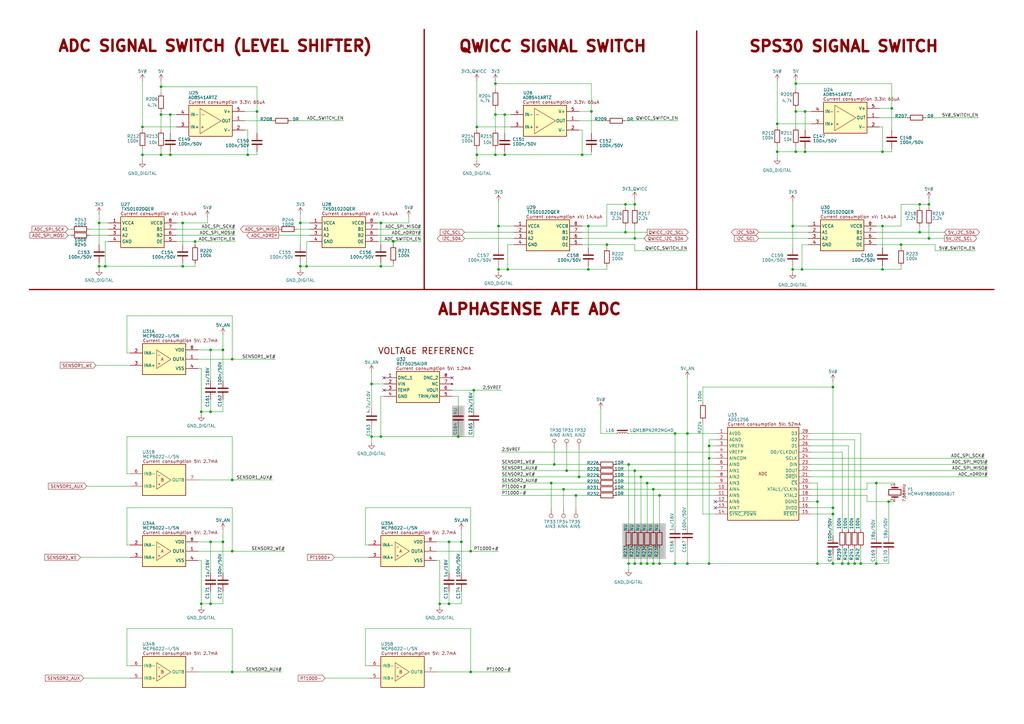
<source format=kicad_sch>
(kicad_sch (version 20250114) (generator "eeschema") (generator_version "9.0")
  (paper "A3")
  (title_block (date "07-03-2025") (rev "1") (comment 1 "Flatburn_V4") (comment 2 "Luca Brighenti") (comment 3 "-") (comment 4 "MIT"))
  (lib_symbols
    (symbol "Flatburn_V4_symbol_library:+3.3V" (power) (pin_numbers (hide yes)) (pin_names (offset 0) (hide yes))
      (property "Value" "+3.3V" (at 0 3.556 0))
      (symbol "+3.3V_1_1"
        (pin power_in line (at 0 0 90) (length 0) (name "~") (number "1"))
      )
    )
    (symbol "Flatburn_V4_symbol_library:ADC - 24Bit/8Ch -  ADS1256IDBR"
      (property "Reference" "U" (at -15.24 24.384 0))
      (property "Value" "ADS1256" (at -15.24 22.86 0))
      (symbol "ADC - 24Bit/8Ch -  ADS1256IDBR_1_1"
        (text "ADC" (at -0.762 0 0) (effects (font (size 1.27 1.27))))
        (text "Current consumption 5V: 52mA" (at -0.254 20.32 0) (effects (font (size 1.27 1.27))))
        (pin power_in line (at -20.32 16.51 0) (length 5.08) (name "AVDD") (number "1"))
        (pin power_in line (at -20.32 13.97 0) (length 5.08) (name "AGND") (number "2"))
        (pin input line (at -20.32 11.43 0) (length 5.08) (name "VREFN") (number "3"))
        (pin input line (at -20.32 8.89 0) (length 5.08) (name "VREFP") (number "4"))
        (pin input line (at -20.32 6.35 0) (length 5.08) (name "AINCOM") (number "5"))
        (pin input line (at -20.32 3.81 0) (length 5.08) (name "AIN0") (number "6"))
        (pin input line (at -20.32 1.27 0) (length 5.08) (name "AIN1") (number "7"))
        (pin input line (at -20.32 -1.27 0) (length 5.08) (name "AIN2") (number "8"))
        (pin input line (at -20.32 -3.81 0) (length 5.08) (name "AIN3") (number "9"))
        (pin input line (at -20.32 -6.35 0) (length 5.08) (name "AIN4") (number "10"))
        (pin input line (at -20.32 -8.89 0) (length 5.08) (name "AIN5") (number "11"))
        (pin input line (at -20.32 -11.43 0) (length 5.08) (name "AIN6") (number "12"))
        (pin input line (at -20.32 -13.97 0) (length 5.08) (name "AIN7") (number "13"))
        (pin input line (at -20.32 -16.51 0) (length 5.08) (name "~{SYNC_PDWN}") (number "14"))
        (pin bidirectional line (at 19.05 16.51 180) (length 5.08) (name "D3") (number "28"))
        (pin bidirectional line (at 19.05 13.97 180) (length 5.08) (name "D2") (number "27"))
        (pin bidirectional line (at 19.05 11.43 180) (length 5.08) (name "D1") (number "26"))
        (pin bidirectional line (at 19.05 8.89 180) (length 5.08) (name "D0/CLKOUT") (number "25"))
        (pin input line (at 19.05 6.35 180) (length 5.08) (name "SCLK") (number "24"))
        (pin input line (at 19.05 3.81 180) (length 5.08) (name "DIN") (number "23"))
        (pin output line (at 19.05 1.27 180) (length 5.08) (name "DOUT") (number "22"))
        (pin output line (at 19.05 -1.27 180) (length 5.08) (name "~{DRDY}") (number "21"))
        (pin input line (at 19.05 -3.81 180) (length 5.08) (name "~{CS}") (number "20"))
        (pin input line (at 19.05 -6.35 180) (length 5.08) (name "XTAL1/CLKIN") (number "19"))
        (pin input line (at 19.05 -8.89 180) (length 5.08) (name "XTAL2") (number "18"))
        (pin power_in line (at 19.05 -11.43 180) (length 5.08) (name "DGND") (number "17"))
        (pin power_in line (at 19.05 -13.97 180) (length 5.08) (name "DVDD") (number "16"))
        (pin output line (at 19.05 -16.51 180) (length 5.08) (name "~{RESET}") (number "15"))
      )
    )
    (symbol "Flatburn_V4_symbol_library:CRYSTAL - 7.68MHz - HCM497680000ABJT " (pin_names (hide yes))
      (property "Reference" "Y" (at -7.874 6.35 0))
      (property "Value" "HCM497680000ABJT" (at -7.874 4.572 0))
      (symbol "CRYSTAL - 7.68MHz - HCM497680000ABJT _1_1"
        (text "7.68MHz" (at 0.254 -3.81 0) (effects (font (size 1.143 1.143))))
        (pin passive line (at -3.81 0 0) (length 1.27) (name "1") (number "1"))
        (pin passive line (at 3.81 0 180) (length 1.27) (name "2") (number "2"))
      )
    )
    (symbol "Flatburn_V4_symbol_library:CS-C-0402-100n/50V-10%" (pin_numbers (hide yes))
      (property "Reference" "C" (at -1.778 -4.318 90))
      (property "Value" "100n/50V" (at -1.778 1.27 90))
      (symbol "CS-C-0402-100n/50V-10%_1_1"
        (pin passive line (at 0 3.81 270) (length 2.794) (name "~") (number "1"))
        (pin passive line (at 0 -3.81 90) (length 2.794) (name "~") (number "2"))
      )
    )
    (symbol "Flatburn_V4_symbol_library:CS-C-0402-1u/16V-10%" (pin_numbers (hide yes))
      (property "Reference" "C" (at -1.778 -4.318 90))
      (property "Value" "1u/16V" (at -1.778 1.27 90))
      (symbol "CS-C-0402-1u/16V-10%_1_1"
        (pin passive line (at 0 3.81 270) (length 2.794) (name "~") (number "1"))
        (pin passive line (at 0 -3.81 90) (length 2.794) (name "~") (number "2"))
      )
    )
    (symbol "Flatburn_V4_symbol_library:CS-C-0603-18p/50V-5%" (pin_numbers (hide yes))
      (property "Reference" "C" (at -1.778 -4.318 90))
      (property "Value" "18p/50V" (at -1.778 1.27 90))
      (symbol "CS-C-0603-18p/50V-5%_1_1"
        (pin passive line (at 0 3.81 270) (length 2.794) (name "~") (number "1"))
        (pin passive line (at 0 -3.81 90) (length 2.794) (name "~") (number "2"))
      )
    )
    (symbol "Flatburn_V4_symbol_library:CS-C-0603-1u/25V-10%" (pin_numbers (hide yes))
      (property "Reference" "C" (at -1.778 -4.318 90))
      (property "Value" "1u/25V" (at -1.778 1.27 90))
      (symbol "CS-C-0603-1u/25V-10%_1_1"
        (pin passive line (at 0 3.81 270) (length 2.794) (name "~") (number "1"))
        (pin passive line (at 0 -3.81 90) (length 2.794) (name "~") (number "2"))
      )
    )
    (symbol "Flatburn_V4_symbol_library:CS-C-0603-22u/6.3V-20%" (pin_numbers (hide yes))
      (property "Reference" "C" (at -1.778 -4.318 90))
      (property "Value" "22u/16V" (at -1.778 1.27 90))
      (symbol "CS-C-0603-22u/6.3V-20%_1_1"
        (pin passive line (at 0 3.81 270) (length 2.794) (name "~") (number "1"))
        (pin passive line (at 0 -3.81 90) (length 2.794) (name "~") (number "2"))
      )
    )
    (symbol "Flatburn_V4_symbol_library:CS-C-0603-4.7u/10V-10%" (pin_numbers (hide yes))
      (property "Reference" "C" (at -1.778 -4.318 90))
      (property "Value" "4.7u/10V" (at -1.778 1.27 90))
      (symbol "CS-C-0603-4.7u/10V-10%_1_1"
        (pin passive line (at 0 3.81 270) (length 2.794) (name "~") (number "1"))
        (pin passive line (at 0 -3.81 90) (length 2.794) (name "~") (number "2"))
      )
    )
    (symbol "Flatburn_V4_symbol_library:GND" (power) (pin_numbers (hide yes)) (pin_names (offset 0) (hide yes))
      (property "Value" "GND" (at 0 -3.81 0))
      (symbol "GND_1_1"
        (pin power_in line (at 0 0 270) (length 0) (name "~") (number "1"))
      )
    )
    (symbol "Flatburn_V4_symbol_library:LEVEL SHIF - 2x - TXS0102DQER"
      (property "Reference" "U" (at -8.89 11.938 0))
      (property "Value" "TXS0102DQER" (at -8.89 10.16 0))
      (symbol "LEVEL SHIF - 2x - TXS0102DQER_1_1"
        (text "Current consumption xV: 14.4uA" (at 6.604 7.62 0) (effects (font (size 1.27 1.27))))
        (pin passive line (at -13.97 3.81 0) (length 5.08) (name "VCCA") (number "1"))
        (pin passive line (at -13.97 1.27 0) (length 5.08) (name "A1") (number "2"))
        (pin passive line (at -13.97 -1.27 0) (length 5.08) (name "A2") (number "3"))
        (pin passive line (at -13.97 -3.81 0) (length 5.08) (name "GND") (number "4"))
        (pin passive line (at 13.97 3.81 180) (length 5.08) (name "VCCB") (number "8"))
        (pin passive line (at 13.97 1.27 180) (length 5.08) (name "B1") (number "7"))
        (pin passive line (at 13.97 -1.27 180) (length 5.08) (name "B2") (number "6"))
        (pin passive line (at 13.97 -3.81 180) (length 5.08) (name "OE") (number "5"))
      )
    )
    (symbol "Flatburn_V4_symbol_library:OPAMP - 5.5V/10MHz - MCP6022-I/SN"
      (property "Reference" "U" (at -7.366 12.192 0))
      (property "Value" "MCP6022-I/SN" (at -7.366 10.16 0))
      (symbol "OPAMP - 5.5V/10MHz - MCP6022-I/SN_1_1"
        (text "-" (at -0.762 1.778 0) (effects (font (size 1.016 1.016))))
        (text "+" (at -0.762 -1.778 0) (effects (font (size 1.016 1.016))))
        (text "A" (at 0.508 0 0) (effects (font (size 1.27 1.27))))
        (text "Current consumption 5V: 2.7mA" (at 7.874 7.62 0) (effects (font (size 1.27 1.27))))
        (pin passive line (at -12.7 2.54 0) (length 5.08) (name "INA-") (number "2"))
        (pin passive line (at -12.7 -2.54 0) (length 5.08) (name "INA+") (number "3"))
        (pin passive line (at 15.24 3.81 180) (length 5.08) (name "VDD") (number "8"))
        (pin passive line (at 15.24 0 180) (length 5.08) (name "OUTA") (number "1"))
        (pin passive line (at 15.24 -3.81 180) (length 5.08) (name "VSS") (number "4"))
      )
      (symbol "OPAMP - 5.5V/10MHz - MCP6022-I/SN_2_1"
        (text "-" (at -0.762 1.778 0) (effects (font (size 1.016 1.016))))
        (text "+" (at -0.762 -1.778 0) (effects (font (size 1.016 1.016))))
        (text "B" (at 0.508 0 0) (effects (font (size 1.27 1.27))))
        (text "Current consumption 5V: 2.7mA" (at 7.874 7.62 0) (effects (font (size 1.27 1.27))))
        (pin passive line (at -12.7 2.54 0) (length 5.08) (name "INB-") (number "6"))
        (pin passive line (at -12.7 -2.54 0) (length 5.08) (name "INB+") (number "5"))
        (pin passive line (at 15.24 0 180) (length 5.08) (name "OUTB") (number "7"))
      )
    )
    (symbol "Flatburn_V4_symbol_library:OPAMP - 5V/1MHz - AD8541ARTZ-REEL7 "
      (property "Reference" "U" (at -8.89 11.938 0))
      (property "Value" "AD8541ARTZ" (at -8.89 10.16 0))
      (symbol "OPAMP - 5V/1MHz - AD8541ARTZ-REEL7 _1_1"
        (text "+" (at -3.302 -2.54 0) (effects (font (size 1.27 1.27))))
        (text "-" (at -3.048 2.54 0) (effects (font (size 1.27 1.27))))
        (text "Current consumption 3.3V: 65uA" (at 6.604 7.62 0) (effects (font (size 1.27 1.27))))
        (pin passive line (at -13.97 2.54 0) (length 5.08) (name "IN-") (number "4"))
        (pin passive line (at -13.97 -2.54 0) (length 5.08) (name "IN+") (number "3"))
        (pin passive line (at 13.97 3.81 180) (length 5.08) (name "V+") (number "5"))
        (pin passive line (at 13.97 0 180) (length 5.08) (name "OUT") (number "1"))
        (pin passive line (at 13.97 -3.81 180) (length 5.08) (name "V-") (number "2"))
      )
    )
    (symbol "Flatburn_V4_symbol_library:PW - 2.2uH/0.35A -LQM18PN2R2MGHD " (pin_numbers (hide yes)) (pin_names (hide yes))
      (property "Reference" "L" (at -5.334 1.524 0))
      (property "Value" "LQM18PN2R2MGHD" (at -20.828 -0.508 0))
      (symbol "PW - 2.2uH/0.35A -LQM18PN2R2MGHD _1_1"
        (pin passive line (at 0 2.54 270) (length 0.508) (name "~") (number "1"))
        (pin passive line (at 0 -2.54 90) (length 0.508) (name "~") (number "2"))
      )
    )
    (symbol "Flatburn_V4_symbol_library:REF - 2.5V/10mA -  REF5025AIDR"
      (property "Reference" "U" (at -8.89 11.938 0))
      (property "Value" "REF5025AIDR" (at -8.89 10.16 0))
      (symbol "REF - 2.5V/10mA -  REF5025AIDR_1_1"
        (text "Current consumption 5V: 1.2mA" (at 6.35 7.62 0) (effects (font (size 1.27 1.27))))
        (pin passive line (at -13.97 3.81 0) (length 5.08) (name "DNC_1") (number "1"))
        (pin passive line (at -13.97 1.27 0) (length 5.08) (name "VIN") (number "2"))
        (pin passive line (at -13.97 -1.27 0) (length 5.08) (name "TEMP") (number "3"))
        (pin passive line (at -13.97 -3.81 0) (length 5.08) (name "GND") (number "4"))
        (pin passive line (at 13.97 3.81 180) (length 5.08) (name "DNC_2") (number "8"))
        (pin no_connect line (at 13.97 1.27 180) (length 5.08) (name "NC") (number "7"))
        (pin passive line (at 13.97 -1.27 180) (length 5.08) (name "VOUT") (number "6"))
        (pin passive line (at 13.97 -3.81 180) (length 5.08) (name "TRIM/NR") (number "5"))
      )
    )
    (symbol "Flatburn_V4_symbol_library:RS-0402-0R 1/5W 0.5%" (pin_numbers (hide yes)) (pin_names (hide yes))
      (property "Reference" "R" (at -1.778 -6.096 90))
      (property "Value" "0R" (at -1.778 3.556 90))
      (symbol "RS-0402-0R 1/5W 0.5%_1_1"
        (pin passive line (at 0 3.81 270) (length 1.27) (name "~") (number "1"))
        (pin passive line (at 0 -3.81 90) (length 1.27) (name "~") (number "2"))
      )
    )
    (symbol "Flatburn_V4_symbol_library:RS-0402-100K 1/16W 1%" (pin_numbers (hide yes)) (pin_names (hide yes))
      (property "Reference" "R" (at -1.778 -6.096 90))
      (property "Value" "100k" (at -1.778 3.556 90))
      (symbol "RS-0402-100K 1/16W 1%_1_1"
        (pin passive line (at 0 3.81 270) (length 1.27) (name "~") (number "1"))
        (pin passive line (at 0 -3.81 90) (length 1.27) (name "~") (number "2"))
      )
    )
    (symbol "Flatburn_V4_symbol_library:RS-0402-100R 1/16W 1%" (pin_numbers (hide yes)) (pin_names (hide yes))
      (property "Reference" "R" (at -1.778 -6.096 90))
      (property "Value" "100R" (at -1.778 3.556 90))
      (symbol "RS-0402-100R 1/16W 1%_1_1"
        (pin passive line (at 0 3.81 270) (length 1.27) (name "~") (number "1"))
        (pin passive line (at 0 -3.81 90) (length 1.27) (name "~") (number "2"))
      )
    )
    (symbol "Flatburn_V4_symbol_library:RS-0402-10K 1/16W 1%" (pin_numbers (hide yes)) (pin_names (hide yes))
      (property "Reference" "R" (at -1.778 -6.096 90))
      (property "Value" "10k" (at -1.778 3.556 90))
      (symbol "RS-0402-10K 1/16W 1%_1_1"
        (pin passive line (at 0 3.81 270) (length 1.27) (name "~") (number "1"))
        (pin passive line (at 0 -3.81 90) (length 1.27) (name "~") (number "2"))
      )
    )
    (symbol "Flatburn_V4_symbol_library:RS-0402-10R 1/16W 0.5%" (pin_numbers (hide yes)) (pin_names (hide yes))
      (property "Reference" "R" (at -1.778 -6.096 90))
      (property "Value" "10R" (at -1.778 3.556 90))
      (symbol "RS-0402-10R 1/16W 0.5%_1_1"
        (pin passive line (at 0 3.81 270) (length 1.27) (name "~") (number "1"))
        (pin passive line (at 0 -3.81 90) (length 1.27) (name "~") (number "2"))
      )
    )
    (symbol "Flatburn_V4_symbol_library:RS-0402-2K2 1/16W 1%" (pin_numbers (hide yes)) (pin_names (hide yes))
      (property "Reference" "R" (at -1.778 -6.096 90))
      (property "Value" "2.2k" (at -1.778 3.556 90))
      (symbol "RS-0402-2K2 1/16W 1%_1_1"
        (pin passive line (at 0 3.81 270) (length 1.27) (name "~") (number "1"))
        (pin passive line (at 0 -3.81 90) (length 1.27) (name "~") (number "2"))
      )
    )
    (symbol "Flatburn_V4_symbol_library:RS-0402-4K7 1/16W 1%" (pin_numbers (hide yes)) (pin_names (hide yes))
      (property "Reference" "R" (at -1.778 -6.096 90))
      (property "Value" "4.7k" (at -1.778 3.556 90))
      (symbol "RS-0402-4K7 1/16W 1%_1_1"
        (pin passive line (at 0 3.81 270) (length 1.27) (name "~") (number "1"))
        (pin passive line (at 0 -3.81 90) (length 1.27) (name "~") (number "2"))
      )
    )
    (symbol "Flatburn_V4_symbol_library:TestPoint" (pin_numbers (hide yes)) (pin_names (offset 0.762) (hide yes))
      (property "Reference" "TP" (at 0 6.858 0))
      (property "Value" "TestPoint" (at 0 5.08 0))
      (symbol "TestPoint_1_1"
        (pin passive line (at 0 0 90) (length 2.54) (name "1") (number "1"))
      )
    )
    (symbol "Flatburn_V4_symbol_library:VPP" (power) (pin_numbers (hide yes)) (pin_names (offset 0) (hide yes))
      (property "Value" "VPP" (at 0 3.556 0))
      (symbol "VPP_1_1"
        (pin power_in line (at 0 0 90) (length 0) (name "~") (number "1"))
      )
    )
  )
  (rectangle (start 264.16 214.63) (end 267.97 229.235) (stroke (width -0.0001) (color 194 194 194 1)) (fill (type color) (color 194 194 194 1)))
  (rectangle (start 185.42 166.37) (end 190.5 179.07) (stroke (width -0.0001) (color 194 194 194 1)) (fill (type color) (color 194 194 194 1)))
  (rectangle (start 261.62 214.63) (end 265.43 229.235) (stroke (width -0.0001) (color 194 194 194 1)) (fill (type color) (color 194 194 194 1)))
  (rectangle (start 266.7 214.63) (end 270.51 229.235) (stroke (width -0.0001) (color 194 194 194 1)) (fill (type color) (color 194 194 194 1)))
  (rectangle (start 259.08 214.63) (end 262.89 229.235) (stroke (width -0.0001) (color 194 194 194 1)) (fill (type color) (color 194 194 194 1)))
  (rectangle (start 269.24 214.63) (end 273.05 229.235) (stroke (width -0.0001) (color 194 194 194 1)) (fill (type color) (color 194 194 194 1)))
  (rectangle (start 255.27 214.63) (end 259.08 229.235) (stroke (width -0.0001) (color 194 194 194 1)) (fill (type color) (color 194 194 194 1)))
  (text "QWICC SIGNAL SWITCH\n\n" (at 226.695 22.86 0) (effects (font (size 4.572 4.572) (thickness 1.016) (bold yes))))
  (text "VOLTAGE REFERENCE" (at 154.94 144.145 0) (effects (font (size 2.54 2.54) (thickness 0.3175)) (justify left)))
  (text "SPS30 SIGNAL SWITCH\n\n" (at 346.075 22.86 0) (effects (font (size 4.572 4.572) (thickness 1.016) (bold yes))))
  (text "ALPHASENSE AFE ADC\n" (at 217.17 127 0) (effects (font (size 4.572 4.572) (thickness 1.016) (bold yes))))
  (text "ADC SIGNAL SWITCH (LEVEL SHIFTER)\n" (at 88.265 19.05 0) (effects (font (size 4.572 4.572) (thickness 1.016) (bold yes))))
  (junction (at 341.63 208.28))
  (junction (at 156.21 179.07))
  (junction (at 184.15 222.25))
  (junction (at 377.19 95.25))
  (junction (at 377.19 83.82))
  (junction (at 262.89 195.58))
  (junction (at 66.04 35.56))
  (junction (at 265.43 198.12))
  (junction (at 256.54 95.25))
  (junction (at 260.35 193.04))
  (junction (at 241.3 110.49))
  (junction (at 341.63 158.75))
  (junction (at 226.06 198.12))
  (junction (at 361.95 92.71))
  (junction (at 260.35 97.79))
  (junction (at 82.55 168.91))
  (junction (at 156.21 91.44))
  (junction (at 276.86 177.8))
  (junction (at 318.77 62.23))
  (junction (at 208.28 110.49))
  (junction (at 248.92 100.33))
  (junction (at 74.93 91.44))
  (junction (at 86.36 143.51))
  (junction (at 326.39 62.23))
  (junction (at 242.57 45.72))
  (junction (at 125.73 109.22))
  (junction (at 40.64 109.22))
  (junction (at 335.28 231.14))
  (junction (at 43.18 109.22))
  (junction (at 341.63 231.14))
  (junction (at 256.54 83.82))
  (junction (at 361.95 110.49))
  (junction (at 207.01 63.5))
  (junction (at 91.44 222.25))
  (junction (at 318.77 50.8))
  (junction (at 74.93 109.22))
  (junction (at 325.12 110.49))
  (junction (at 350.52 231.14))
  (junction (at 267.97 231.14))
  (junction (at 326.39 45.72))
  (junction (at 91.44 143.51))
  (junction (at 270.51 231.14))
  (junction (at 203.2 34.29))
  (junction (at 281.94 231.14))
  (junction (at 347.98 231.14))
  (junction (at 95.25 275.59))
  (junction (at 359.41 231.14))
  (junction (at 187.96 179.07))
  (junction (at 189.23 222.25))
  (junction (at 40.64 91.44))
  (junction (at 276.86 231.14))
  (junction (at 241.3 92.71))
  (junction (at 105.41 45.72))
  (junction (at 257.81 231.14))
  (junction (at 95.25 147.32))
  (junction (at 82.55 247.65))
  (junction (at 195.58 52.07))
  (junction (at 204.47 110.49))
  (junction (at 123.19 109.22))
  (junction (at 58.42 63.5))
  (junction (at 156.21 109.22))
  (junction (at 270.51 203.2))
  (junction (at 80.01 99.06))
  (junction (at 290.83 231.14))
  (junction (at 381 97.79))
  (junction (at 95.25 196.85))
  (junction (at 152.4 157.48))
  (junction (at 361.95 62.23))
  (junction (at 207.01 46.99))
  (junction (at 328.93 110.49))
  (junction (at 69.85 63.5))
  (junction (at 204.47 92.71))
  (junction (at 262.89 231.14))
  (junction (at 238.76 63.5))
  (junction (at 195.58 63.5))
  (junction (at 281.94 177.8))
  (junction (at 69.85 46.99))
  (junction (at 86.36 247.65))
  (junction (at 353.06 231.14))
  (junction (at 335.28 205.74))
  (junction (at 101.6 63.5))
  (junction (at 365.76 44.45))
  (junction (at 184.15 247.65))
  (junction (at 161.29 99.06))
  (junction (at 330.2 62.23))
  (junction (at 330.2 45.72))
  (junction (at 364.49 205.74))
  (junction (at 341.63 210.82))
  (junction (at 203.2 63.5))
  (junction (at 345.44 231.14))
  (junction (at 95.25 226.06))
  (junction (at 152.4 179.07))
  (junction (at 267.97 200.66))
  (junction (at 180.34 247.65))
  (junction (at 86.36 168.91))
  (junction (at 290.83 187.96))
  (junction (at 227.33 190.5))
  (junction (at 237.49 195.58))
  (junction (at 232.41 193.04))
  (junction (at 86.36 222.25))
  (junction (at 203.2 46.99))
  (junction (at 58.42 52.07))
  (junction (at 325.12 92.71))
  (junction (at 381 83.82))
  (junction (at 369.57 100.33))
  (junction (at 66.04 63.5))
  (junction (at 194.31 160.02))
  (junction (at 260.35 231.14))
  (junction (at 257.81 190.5))
  (junction (at 290.83 182.88))
  (junction (at 66.04 46.99))
  (junction (at 236.22 203.2))
  (junction (at 260.35 83.82))
  (junction (at 193.04 275.59))
  (junction (at 123.19 91.44))
  (junction (at 265.43 231.14))
  (junction (at 193.04 226.06))
  (junction (at 231.14 200.66))
  (junction (at 326.39 34.29))
  (junction (at 359.41 198.12))
  (no_connect (at 293.37 205.74))
  (no_connect (at 157.48 154.94))
  (no_connect (at 293.37 208.28))
  (no_connect (at 157.48 160.02))
  (no_connect (at 185.42 154.94))
  (wire (pts (xy 326.39 59.69) (xy 326.39 62.23)))
  (wire (pts (xy 267.97 231.14) (xy 270.51 231.14)))
  (wire (pts (xy 81.28 143.51) (xy 86.36 143.51)))
  (wire (pts (xy 40.64 91.44) (xy 44.45 91.44)))
  (wire (pts (xy 325.12 82.55) (xy 325.12 92.71)))
  (wire (pts (xy 290.83 187.96) (xy 293.37 187.96)))
  (wire (pts (xy 379.73 48.26) (xy 401.32 48.26)))
  (wire (pts (xy 52.07 144.78) (xy 52.07 129.54)))
  (wire (pts (xy 252.73 198.12) (xy 265.43 198.12)))
  (wire (pts (xy 330.2 62.23) (xy 326.39 62.23)))
  (wire (pts (xy 256.54 83.82) (xy 260.35 83.82)))
  (wire (pts (xy 156.21 162.56) (xy 157.48 162.56)))
  (wire (pts (xy 260.35 193.04) (xy 260.35 217.17)))
  (wire (pts (xy 330.2 62.23) (xy 361.95 62.23)))
  (wire (pts (xy 237.49 184.15) (xy 237.49 195.58)))
  (wire (pts (xy 204.47 110.49) (xy 208.28 110.49)))
  (wire (pts (xy 58.42 33.02) (xy 58.42 52.07)))
  (wire (pts (xy 281.94 215.9) (xy 281.94 177.8)))
  (polyline (pts (xy 173.99 12.065) (xy 173.99 118.745)) (stroke (width 0.508) (color 132 0 0 1)))
  (wire (pts (xy 262.89 195.58) (xy 293.37 195.58)))
  (wire (pts (xy 359.41 227.33) (xy 359.41 231.14)))
  (wire (pts (xy 208.28 100.33) (xy 208.28 110.49)))
  (wire (pts (xy 151.13 273.05) (xy 149.86 273.05)))
  (wire (pts (xy 265.43 231.14) (xy 267.97 231.14)))
  (wire (pts (xy 203.2 33.02) (xy 203.2 34.29)))
  (wire (pts (xy 69.85 62.23) (xy 69.85 63.5)))
  (wire (pts (xy 205.74 200.66) (xy 231.14 200.66)))
  (wire (pts (xy 318.77 33.02) (xy 318.77 50.8)))
  (wire (pts (xy 69.85 46.99) (xy 72.39 46.99)))
  (wire (pts (xy 205.74 185.42) (xy 293.37 185.42)))
  (wire (pts (xy 154.94 96.52) (xy 172.72 96.52)))
  (wire (pts (xy 74.93 91.44) (xy 72.39 91.44)))
  (wire (pts (xy 151.13 223.52) (xy 149.86 223.52)))
  (wire (pts (xy 95.25 257.81) (xy 95.25 275.59)))
  (wire (pts (xy 236.22 203.2) (xy 245.11 203.2)))
  (wire (pts (xy 187.96 175.26) (xy 187.96 179.07)))
  (wire (pts (xy 184.15 247.65) (xy 184.15 242.57)))
  (wire (pts (xy 328.93 100.33) (xy 328.93 110.49)))
  (wire (pts (xy 66.04 46.99) (xy 66.04 53.34)))
  (wire (pts (xy 125.73 99.06) (xy 125.73 109.22)))
  (wire (pts (xy 95.25 147.32) (xy 113.03 147.32)))
  (wire (pts (xy 345.44 231.14) (xy 347.98 231.14)))
  (wire (pts (xy 252.73 195.58) (xy 262.89 195.58)))
  (wire (pts (xy 58.42 52.07) (xy 72.39 52.07)))
  (wire (pts (xy 332.74 187.96) (xy 403.86 187.96)))
  (wire (pts (xy 184.15 247.65) (xy 189.23 247.65)))
  (wire (pts (xy 40.64 109.22) (xy 40.64 110.49)))
  (wire (pts (xy 260.35 231.14) (xy 262.89 231.14)))
  (wire (pts (xy 361.95 92.71) (xy 361.95 101.6)))
  (wire (pts (xy 270.51 203.2) (xy 270.51 217.17)))
  (wire (pts (xy 105.41 62.23) (xy 105.41 63.5)))
  (wire (pts (xy 369.57 109.22) (xy 369.57 110.49)))
  (wire (pts (xy 82.55 151.13) (xy 82.55 168.91)))
  (wire (pts (xy 52.07 273.05) (xy 52.07 257.81)))
  (wire (pts (xy 52.07 257.81) (xy 95.25 257.81)))
  (wire (pts (xy 86.36 168.91) (xy 91.44 168.91)))
  (wire (pts (xy 257.81 190.5) (xy 293.37 190.5)))
  (wire (pts (xy 189.23 217.17) (xy 189.23 222.25)))
  (wire (pts (xy 95.25 196.85) (xy 111.76 196.85)))
  (wire (pts (xy 152.4 179.07) (xy 156.21 179.07)))
  (wire (pts (xy 43.18 109.22) (xy 74.93 109.22)))
  (wire (pts (xy 52.07 129.54) (xy 95.25 129.54)))
  (wire (pts (xy 350.52 180.34) (xy 350.52 217.17)))
  (wire (pts (xy 123.19 100.33) (xy 123.19 91.44)))
  (wire (pts (xy 52.07 194.31) (xy 52.07 179.07)))
  (wire (pts (xy 257.81 224.79) (xy 257.81 231.14)))
  (wire (pts (xy 208.28 110.49) (xy 241.3 110.49)))
  (wire (pts (xy 184.15 222.25) (xy 189.23 222.25)))
  (wire (pts (xy 195.58 52.07) (xy 209.55 52.07)))
  (wire (pts (xy 205.74 198.12) (xy 226.06 198.12)))
  (wire (pts (xy 369.57 92.71) (xy 361.95 92.71)))
  (wire (pts (xy 205.74 203.2) (xy 236.22 203.2)))
  (wire (pts (xy 40.64 107.95) (xy 40.64 109.22)))
  (wire (pts (xy 377.19 92.71) (xy 377.19 95.25)))
  (wire (pts (xy 260.35 193.04) (xy 293.37 193.04)))
  (wire (pts (xy 241.3 109.22) (xy 241.3 110.49)))
  (wire (pts (xy 276.86 223.52) (xy 276.86 231.14)))
  (wire (pts (xy 204.47 110.49) (xy 204.47 111.76)))
  (wire (pts (xy 364.49 205.74) (xy 364.49 219.71)))
  (wire (pts (xy 242.57 45.72) (xy 242.57 54.61)))
  (wire (pts (xy 290.83 182.88) (xy 290.83 180.34)))
  (wire (pts (xy 193.04 208.28) (xy 193.04 226.06)))
  (wire (pts (xy 194.31 167.64) (xy 194.31 160.02)))
  (wire (pts (xy 281.94 177.8) (xy 293.37 177.8)))
  (wire (pts (xy 195.58 60.96) (xy 195.58 63.5)))
  (wire (pts (xy 53.34 273.05) (xy 52.07 273.05)))
  (wire (pts (xy 359.41 198.12) (xy 359.41 219.71)))
  (wire (pts (xy 81.28 196.85) (xy 95.25 196.85)))
  (wire (pts (xy 238.76 53.34) (xy 238.76 63.5)))
  (wire (pts (xy 119.38 49.53) (xy 140.97 49.53)))
  (wire (pts (xy 242.57 45.72) (xy 242.57 34.29)))
  (wire (pts (xy 262.89 224.79) (xy 262.89 231.14)))
  (wire (pts (xy 318.77 59.69) (xy 318.77 62.23)))
  (wire (pts (xy 377.19 83.82) (xy 377.19 85.09)))
  (wire (pts (xy 246.38 167.64) (xy 246.38 177.8)))
  (wire (pts (xy 325.12 109.22) (xy 325.12 110.49)))
  (wire (pts (xy 360.68 48.26) (xy 372.11 48.26)))
  (wire (pts (xy 341.63 231.14) (xy 345.44 231.14)))
  (wire (pts (xy 91.44 137.16) (xy 91.44 143.51)))
  (wire (pts (xy 72.39 96.52) (xy 96.52 96.52)))
  (wire (pts (xy 208.28 100.33) (xy 210.82 100.33)))
  (wire (pts (xy 33.02 228.6) (xy 53.34 228.6)))
  (wire (pts (xy 187.96 167.64) (xy 187.96 162.56)))
  (wire (pts (xy 58.42 60.96) (xy 58.42 63.5)))
  (wire (pts (xy 66.04 33.02) (xy 66.04 35.56)))
  (wire (pts (xy 179.07 222.25) (xy 184.15 222.25)))
  (wire (pts (xy 86.36 247.65) (xy 86.36 242.57)))
  (wire (pts (xy 400.05 102.87) (xy 383.54 102.87)))
  (wire (pts (xy 133.35 278.13) (xy 151.13 278.13)))
  (wire (pts (xy 281.94 154.94) (xy 281.94 177.8)))
  (wire (pts (xy 43.18 99.06) (xy 44.45 99.06)))
  (wire (pts (xy 80.01 99.06) (xy 96.52 99.06)))
  (wire (pts (xy 288.29 165.1) (xy 288.29 158.75)))
  (wire (pts (xy 248.92 83.82) (xy 256.54 83.82)))
  (wire (pts (xy 325.12 110.49) (xy 325.12 111.76)))
  (wire (pts (xy 267.97 200.66) (xy 267.97 217.17)))
  (wire (pts (xy 53.34 194.31) (xy 52.07 194.31)))
  (wire (pts (xy 248.92 100.33) (xy 248.92 101.6)))
  (wire (pts (xy 332.74 193.04) (xy 405.13 193.04)))
  (wire (pts (xy 105.41 45.72) (xy 105.41 54.61)))
  (wire (pts (xy 325.12 92.71) (xy 331.47 92.71)))
  (wire (pts (xy 355.6 205.74) (xy 355.6 203.2)))
  (wire (pts (xy 154.94 99.06) (xy 161.29 99.06)))
  (wire (pts (xy 180.34 247.65) (xy 180.34 248.92)))
  (wire (pts (xy 58.42 52.07) (xy 58.42 53.34)))
  (wire (pts (xy 256.54 95.25) (xy 265.43 95.25)))
  (wire (pts (xy 101.6 53.34) (xy 101.6 63.5)))
  (wire (pts (xy 290.83 180.34) (xy 293.37 180.34)))
  (wire (pts (xy 95.25 226.06) (xy 116.84 226.06)))
  (wire (pts (xy 381 97.79) (xy 387.35 97.79)))
  (wire (pts (xy 81.28 147.32) (xy 95.25 147.32)))
  (wire (pts (xy 189.23 242.57) (xy 189.23 247.65)))
  (wire (pts (xy 288.29 210.82) (xy 293.37 210.82)))
  (wire (pts (xy 332.74 208.28) (xy 341.63 208.28)))
  (wire (pts (xy 195.58 33.02) (xy 195.58 52.07)))
  (wire (pts (xy 276.86 177.8) (xy 281.94 177.8)))
  (wire (pts (xy 257.81 231.14) (xy 260.35 231.14)))
  (wire (pts (xy 265.43 198.12) (xy 293.37 198.12)))
  (wire (pts (xy 359.41 231.14) (xy 364.49 231.14)))
  (wire (pts (xy 123.19 91.44) (xy 127 91.44)))
  (wire (pts (xy 241.3 92.71) (xy 241.3 101.6)))
  (wire (pts (xy 125.73 99.06) (xy 127 99.06)))
  (wire (pts (xy 361.95 109.22) (xy 361.95 110.49)))
  (wire (pts (xy 256.54 49.53) (xy 278.13 49.53)))
  (wire (pts (xy 252.73 193.04) (xy 260.35 193.04)))
  (wire (pts (xy 52.07 208.28) (xy 95.25 208.28)))
  (wire (pts (xy 105.41 63.5) (xy 101.6 63.5)))
  (wire (pts (xy 203.2 46.99) (xy 203.2 53.34)))
  (wire (pts (xy 82.55 229.87) (xy 82.55 247.65)))
  (wire (pts (xy 330.2 45.72) (xy 332.74 45.72)))
  (wire (pts (xy 207.01 46.99) (xy 207.01 54.61)))
  (wire (pts (xy 86.36 156.21) (xy 86.36 143.51)))
  (wire (pts (xy 123.19 107.95) (xy 123.19 109.22)))
  (wire (pts (xy 82.55 229.87) (xy 81.28 229.87)))
  (wire (pts (xy 248.92 83.82) (xy 248.92 92.71)))
  (wire (pts (xy 290.83 231.14) (xy 335.28 231.14)))
  (wire (pts (xy 325.12 110.49) (xy 328.93 110.49)))
  (wire (pts (xy 195.58 63.5) (xy 195.58 66.04)))
  (wire (pts (xy 345.44 185.42) (xy 332.74 185.42)))
  (wire (pts (xy 383.54 100.33) (xy 369.57 100.33)))
  (wire (pts (xy 161.29 107.95) (xy 161.29 109.22)))
  (wire (pts (xy 82.55 168.91) (xy 86.36 168.91)))
  (wire (pts (xy 100.33 49.53) (xy 111.76 49.53)))
  (wire (pts (xy 81.28 226.06) (xy 95.25 226.06)))
  (wire (pts (xy 318.77 62.23) (xy 326.39 62.23)))
  (wire (pts (xy 318.77 50.8) (xy 332.74 50.8)))
  (wire (pts (xy 203.2 60.96) (xy 203.2 63.5)))
  (wire (pts (xy 207.01 63.5) (xy 238.76 63.5)))
  (wire (pts (xy 341.63 210.82) (xy 341.63 219.71)))
  (wire (pts (xy 241.3 110.49) (xy 248.92 110.49)))
  (wire (pts (xy 231.14 200.66) (xy 245.11 200.66)))
  (wire (pts (xy 74.93 109.22) (xy 80.01 109.22)))
  (wire (pts (xy 355.6 200.66) (xy 332.74 200.66)))
  (wire (pts (xy 204.47 92.71) (xy 210.82 92.71)))
  (wire (pts (xy 203.2 34.29) (xy 242.57 34.29)))
  (wire (pts (xy 52.07 223.52) (xy 52.07 208.28)))
  (wire (pts (xy 203.2 44.45) (xy 203.2 46.99)))
  (wire (pts (xy 262.89 195.58) (xy 262.89 217.17)))
  (wire (pts (xy 359.41 95.25) (xy 377.19 95.25)))
  (wire (pts (xy 252.73 177.8) (xy 246.38 177.8)))
  (wire (pts (xy 205.74 190.5) (xy 227.33 190.5)))
  (wire (pts (xy 332.74 190.5) (xy 405.13 190.5)))
  (wire (pts (xy 257.81 177.8) (xy 276.86 177.8)))
  (wire (pts (xy 85.09 88.9) (xy 85.09 91.44)))
  (wire (pts (xy 205.74 193.04) (xy 232.41 193.04)))
  (wire (pts (xy 58.42 63.5) (xy 66.04 63.5)))
  (wire (pts (xy 359.41 198.12) (xy 367.03 198.12)))
  (wire (pts (xy 152.4 175.26) (xy 152.4 179.07)))
  (wire (pts (xy 332.74 182.88) (xy 347.98 182.88)))
  (wire (pts (xy 156.21 91.44) (xy 156.21 100.33)))
  (wire (pts (xy 369.57 83.82) (xy 369.57 92.71)))
  (wire (pts (xy 262.89 231.14) (xy 265.43 231.14)))
  (wire (pts (xy 369.57 100.33) (xy 369.57 101.6)))
  (wire (pts (xy 381 85.09) (xy 381 83.82)))
  (wire (pts (xy 318.77 62.23) (xy 318.77 64.77)))
  (wire (pts (xy 345.44 224.79) (xy 345.44 231.14)))
  (wire (pts (xy 252.73 200.66) (xy 267.97 200.66)))
  (wire (pts (xy 365.76 60.96) (xy 365.76 62.23)))
  (wire (pts (xy 332.74 210.82) (xy 341.63 210.82)))
  (wire (pts (xy 180.34 247.65) (xy 184.15 247.65)))
  (wire (pts (xy 257.81 190.5) (xy 257.81 217.17)))
  (wire (pts (xy 276.86 231.14) (xy 281.94 231.14)))
  (wire (pts (xy 121.92 93.98) (xy 127 93.98)))
  (wire (pts (xy 326.39 34.29) (xy 365.76 34.29)))
  (wire (pts (xy 86.36 168.91) (xy 86.36 163.83)))
  (wire (pts (xy 347.98 231.14) (xy 350.52 231.14)))
  (wire (pts (xy 95.25 208.28) (xy 95.25 226.06)))
  (wire (pts (xy 204.47 82.55) (xy 204.47 92.71)))
  (wire (pts (xy 156.21 179.07) (xy 187.96 179.07)))
  (wire (pts (xy 195.58 63.5) (xy 203.2 63.5)))
  (wire (pts (xy 86.36 247.65) (xy 91.44 247.65)))
  (wire (pts (xy 27.94 93.98) (xy 29.21 93.98)))
  (wire (pts (xy 353.06 231.14) (xy 359.41 231.14)))
  (wire (pts (xy 353.06 224.79) (xy 353.06 231.14)))
  (wire (pts (xy 260.35 102.87) (xy 281.94 102.87)))
  (wire (pts (xy 66.04 46.99) (xy 69.85 46.99)))
  (wire (pts (xy 256.54 92.71) (xy 256.54 95.25)))
  (wire (pts (xy 364.49 227.33) (xy 364.49 231.14)))
  (wire (pts (xy 332.74 180.34) (xy 350.52 180.34)))
  (wire (pts (xy 53.34 223.52) (xy 52.07 223.52)))
  (wire (pts (xy 361.95 52.07) (xy 360.68 52.07)))
  (wire (pts (xy 204.47 101.6) (xy 204.47 92.71)))
  (wire (pts (xy 40.64 87.63) (xy 40.64 91.44)))
  (wire (pts (xy 226.06 198.12) (xy 245.11 198.12)))
  (wire (pts (xy 347.98 224.79) (xy 347.98 231.14)))
  (wire (pts (xy 189.23 234.95) (xy 189.23 222.25)))
  (wire (pts (xy 161.29 99.06) (xy 172.72 99.06)))
  (wire (pts (xy 242.57 62.23) (xy 242.57 63.5)))
  (wire (pts (xy 114.3 96.52) (xy 127 96.52)))
  (wire (pts (xy 290.83 187.96) (xy 290.83 231.14)))
  (wire (pts (xy 95.25 129.54) (xy 95.25 147.32)))
  (wire (pts (xy 185.42 160.02) (xy 194.31 160.02)))
  (wire (pts (xy 156.21 162.56) (xy 156.21 179.07)))
  (wire (pts (xy 69.85 63.5) (xy 66.04 63.5)))
  (wire (pts (xy 52.07 179.07) (xy 95.25 179.07)))
  (wire (pts (xy 353.06 217.17) (xy 353.06 177.8)))
  (wire (pts (xy 328.93 100.33) (xy 331.47 100.33)))
  (wire (pts (xy 260.35 92.71) (xy 260.35 97.79)))
  (wire (pts (xy 227.33 184.15) (xy 227.33 190.5)))
  (wire (pts (xy 152.4 179.07) (xy 152.4 181.61)))
  (wire (pts (xy 86.36 143.51) (xy 91.44 143.51)))
  (wire (pts (xy 241.3 92.71) (xy 238.76 92.71)))
  (wire (pts (xy 377.19 83.82) (xy 381 83.82)))
  (wire (pts (xy 265.43 224.79) (xy 265.43 231.14)))
  (wire (pts (xy 36.83 93.98) (xy 44.45 93.98)))
  (wire (pts (xy 152.4 167.64) (xy 152.4 157.48)))
  (wire (pts (xy 226.06 208.28) (xy 226.06 198.12)))
  (wire (pts (xy 325.12 101.6) (xy 325.12 92.71)))
  (wire (pts (xy 265.43 198.12) (xy 265.43 217.17)))
  (wire (pts (xy 207.01 62.23) (xy 207.01 63.5)))
  (wire (pts (xy 236.22 203.2) (xy 236.22 208.28)))
  (wire (pts (xy 341.63 208.28) (xy 341.63 210.82)))
  (wire (pts (xy 66.04 45.72) (xy 66.04 46.99)))
  (wire (pts (xy 360.68 44.45) (xy 365.76 44.45)))
  (wire (pts (xy 85.09 91.44) (xy 74.93 91.44)))
  (wire (pts (xy 204.47 109.22) (xy 204.47 110.49)))
  (wire (pts (xy 43.18 99.06) (xy 43.18 109.22)))
  (wire (pts (xy 335.28 231.14) (xy 341.63 231.14)))
  (wire (pts (xy 238.76 95.25) (xy 256.54 95.25)))
  (wire (pts (xy 288.29 158.75) (xy 341.63 158.75)))
  (wire (pts (xy 40.64 109.22) (xy 43.18 109.22)))
  (wire (pts (xy 288.29 210.82) (xy 288.29 172.72)))
  (wire (pts (xy 105.41 45.72) (xy 105.41 35.56)))
  (wire (pts (xy 326.39 44.45) (xy 326.39 45.72)))
  (wire (pts (xy 361.95 110.49) (xy 369.57 110.49)))
  (wire (pts (xy 72.39 99.06) (xy 80.01 99.06)))
  (wire (pts (xy 341.63 227.33) (xy 341.63 231.14)))
  (wire (pts (xy 154.94 93.98) (xy 172.72 93.98)))
  (wire (pts (xy 40.64 100.33) (xy 40.64 91.44)))
  (wire (pts (xy 232.41 193.04) (xy 245.11 193.04)))
  (wire (pts (xy 149.86 223.52) (xy 149.86 208.28)))
  (wire (pts (xy 365.76 62.23) (xy 361.95 62.23)))
  (wire (pts (xy 80.01 107.95) (xy 80.01 109.22)))
  (wire (pts (xy 179.07 275.59) (xy 193.04 275.59)))
  (wire (pts (xy 365.76 44.45) (xy 365.76 34.29)))
  (wire (pts (xy 74.93 91.44) (xy 74.93 100.33)))
  (wire (pts (xy 193.04 275.59) (xy 209.55 275.59)))
  (wire (pts (xy 281.94 223.52) (xy 281.94 231.14)))
  (wire (pts (xy 238.76 53.34) (xy 237.49 53.34)))
  (wire (pts (xy 355.6 198.12) (xy 355.6 200.66)))
  (wire (pts (xy 361.95 52.07) (xy 361.95 62.23)))
  (wire (pts (xy 190.5 97.79) (xy 210.82 97.79)))
  (wire (pts (xy 260.35 81.28) (xy 260.35 83.82)))
  (wire (pts (xy 137.16 228.6) (xy 151.13 228.6)))
  (wire (pts (xy 238.76 97.79) (xy 260.35 97.79)))
  (wire (pts (xy 260.35 85.09) (xy 260.35 83.82)))
  (wire (pts (xy 359.41 100.33) (xy 369.57 100.33)))
  (wire (pts (xy 290.83 187.96) (xy 290.83 182.88)))
  (wire (pts (xy 195.58 52.07) (xy 195.58 53.34)))
  (wire (pts (xy 361.95 92.71) (xy 359.41 92.71)))
  (wire (pts (xy 86.36 222.25) (xy 91.44 222.25)))
  (wire (pts (xy 252.73 203.2) (xy 270.51 203.2)))
  (wire (pts (xy 187.96 162.56) (xy 185.42 162.56)))
  (wire (pts (xy 156.21 109.22) (xy 161.29 109.22)))
  (wire (pts (xy 39.37 149.86) (xy 53.34 149.86)))
  (wire (pts (xy 91.44 217.17) (xy 91.44 222.25)))
  (wire (pts (xy 91.44 242.57) (xy 91.44 247.65)))
  (wire (pts (xy 81.28 222.25) (xy 86.36 222.25)))
  (wire (pts (xy 149.86 208.28) (xy 193.04 208.28)))
  (wire (pts (xy 66.04 35.56) (xy 105.41 35.56)))
  (wire (pts (xy 34.29 278.13) (xy 53.34 278.13)))
  (wire (pts (xy 123.19 87.63) (xy 123.19 91.44)))
  (wire (pts (xy 328.93 110.49) (xy 361.95 110.49)))
  (wire (pts (xy 190.5 95.25) (xy 210.82 95.25)))
  (wire (pts (xy 318.77 50.8) (xy 318.77 52.07)))
  (wire (pts (xy 227.33 190.5) (xy 245.11 190.5)))
  (polyline (pts (xy 285.75 12.7) (xy 285.75 118.745)) (stroke (width 0.508) (color 132 0 0 1)))
  (wire (pts (xy 91.44 234.95) (xy 91.44 222.25)))
  (wire (pts (xy 238.76 100.33) (xy 248.92 100.33)))
  (wire (pts (xy 326.39 34.29) (xy 326.39 36.83)))
  (wire (pts (xy 365.76 44.45) (xy 365.76 53.34)))
  (wire (pts (xy 36.83 96.52) (xy 44.45 96.52)))
  (wire (pts (xy 125.73 109.22) (xy 156.21 109.22)))
  (wire (pts (xy 341.63 158.75) (xy 341.63 208.28)))
  (wire (pts (xy 330.2 45.72) (xy 330.2 53.34)))
  (wire (pts (xy 101.6 53.34) (xy 100.33 53.34)))
  (wire (pts (xy 353.06 177.8) (xy 332.74 177.8)))
  (wire (pts (xy 381 92.71) (xy 381 97.79)))
  (wire (pts (xy 91.44 163.83) (xy 91.44 168.91)))
  (wire (pts (xy 326.39 45.72) (xy 330.2 45.72)))
  (wire (pts (xy 377.19 95.25) (xy 387.35 95.25)))
  (wire (pts (xy 252.73 190.5) (xy 257.81 190.5)))
  (wire (pts (xy 290.83 182.88) (xy 293.37 182.88)))
  (wire (pts (xy 207.01 63.5) (xy 203.2 63.5)))
  (wire (pts (xy 152.4 157.48) (xy 152.4 152.4)))
  (wire (pts (xy 237.49 195.58) (xy 245.11 195.58)))
  (wire (pts (xy 381 81.28) (xy 381 83.82)))
  (wire (pts (xy 332.74 198.12) (xy 335.28 198.12)))
  (wire (pts (xy 355.6 203.2) (xy 332.74 203.2)))
  (wire (pts (xy 355.6 198.12) (xy 359.41 198.12)))
  (wire (pts (xy 242.57 63.5) (xy 238.76 63.5)))
  (wire (pts (xy 91.44 156.21) (xy 91.44 143.51)))
  (wire (pts (xy 66.04 38.1) (xy 66.04 35.56)))
  (wire (pts (xy 53.34 144.78) (xy 52.07 144.78)))
  (wire (pts (xy 237.49 49.53) (xy 248.92 49.53)))
  (wire (pts (xy 270.51 203.2) (xy 293.37 203.2)))
  (wire (pts (xy 311.15 97.79) (xy 331.47 97.79)))
  (wire (pts (xy 276.86 177.8) (xy 276.86 215.9)))
  (wire (pts (xy 95.25 275.59) (xy 115.57 275.59)))
  (wire (pts (xy 267.97 200.66) (xy 293.37 200.66)))
  (wire (pts (xy 270.51 224.79) (xy 270.51 231.14)))
  (wire (pts (xy 335.28 205.74) (xy 332.74 205.74)))
  (wire (pts (xy 369.57 83.82) (xy 377.19 83.82)))
  (wire (pts (xy 248.92 92.71) (xy 241.3 92.71)))
  (wire (pts (xy 364.49 205.74) (xy 367.03 205.74)))
  (wire (pts (xy 180.34 229.87) (xy 179.07 229.87)))
  (wire (pts (xy 156.21 91.44) (xy 154.94 91.44)))
  (wire (pts (xy 100.33 45.72) (xy 105.41 45.72)))
  (wire (pts (xy 350.52 231.14) (xy 353.06 231.14)))
  (wire (pts (xy 66.04 60.96) (xy 66.04 63.5)))
  (wire (pts (xy 355.6 205.74) (xy 364.49 205.74)))
  (wire (pts (xy 149.86 257.81) (xy 193.04 257.81)))
  (wire (pts (xy 161.29 99.06) (xy 161.29 100.33)))
  (wire (pts (xy 149.86 273.05) (xy 149.86 257.81)))
  (wire (pts (xy 203.2 34.29) (xy 203.2 36.83)))
  (wire (pts (xy 248.92 100.33) (xy 260.35 100.33)))
  (wire (pts (xy 350.52 224.79) (xy 350.52 231.14)))
  (wire (pts (xy 260.35 224.79) (xy 260.35 231.14)))
  (wire (pts (xy 58.42 63.5) (xy 58.42 66.04)))
  (wire (pts (xy 332.74 195.58) (xy 405.13 195.58)))
  (wire (pts (xy 207.01 46.99) (xy 209.55 46.99)))
  (wire (pts (xy 335.28 205.74) (xy 335.28 231.14)))
  (wire (pts (xy 27.94 96.52) (xy 29.21 96.52)))
  (wire (pts (xy 184.15 234.95) (xy 184.15 222.25)))
  (wire (pts (xy 326.39 33.02) (xy 326.39 34.29)))
  (wire (pts (xy 80.01 99.06) (xy 80.01 100.33)))
  (wire (pts (xy 311.15 95.25) (xy 331.47 95.25)))
  (wire (pts (xy 193.04 226.06) (xy 204.47 226.06)))
  (wire (pts (xy 123.19 109.22) (xy 123.19 110.49)))
  (wire (pts (xy 260.35 97.79) (xy 264.16 97.79)))
  (wire (pts (xy 260.35 100.33) (xy 260.35 102.87)))
  (wire (pts (xy 82.55 247.65) (xy 82.55 248.92)))
  (wire (pts (xy 123.19 109.22) (xy 125.73 109.22)))
  (polyline (pts (xy 12.065 118.745) (xy 407.67 118.745)) (stroke (width 0.508) (color 132 0 0 1)))
  (wire (pts (xy 231.14 208.28) (xy 231.14 200.66)))
  (wire (pts (xy 330.2 60.96) (xy 330.2 62.23)))
  (wire (pts (xy 156.21 91.44) (xy 167.64 91.44)))
  (wire (pts (xy 95.25 179.07) (xy 95.25 196.85)))
  (wire (pts (xy 205.74 195.58) (xy 237.49 195.58)))
  (wire (pts (xy 270.51 231.14) (xy 276.86 231.14)))
  (wire (pts (xy 152.4 157.48) (xy 157.48 157.48)))
  (wire (pts (xy 193.04 257.81) (xy 193.04 275.59)))
  (wire (pts (xy 203.2 46.99) (xy 207.01 46.99)))
  (wire (pts (xy 82.55 247.65) (xy 86.36 247.65)))
  (wire (pts (xy 86.36 234.95) (xy 86.36 222.25)))
  (wire (pts (xy 326.39 45.72) (xy 326.39 52.07)))
  (wire (pts (xy 179.07 226.06) (xy 193.04 226.06)))
  (wire (pts (xy 237.49 45.72) (xy 242.57 45.72)))
  (wire (pts (xy 248.92 109.22) (xy 248.92 110.49)))
  (wire (pts (xy 72.39 93.98) (xy 96.52 93.98)))
  (wire (pts (xy 69.85 46.99) (xy 69.85 54.61)))
  (wire (pts (xy 81.28 275.59) (xy 95.25 275.59)))
  (wire (pts (xy 383.54 102.87) (xy 383.54 100.33)))
  (wire (pts (xy 82.55 168.91) (xy 82.55 170.18)))
  (wire (pts (xy 347.98 182.88) (xy 347.98 217.17)))
  (wire (pts (xy 335.28 198.12) (xy 335.28 205.74)))
  (wire (pts (xy 35.56 199.39) (xy 53.34 199.39)))
  (wire (pts (xy 194.31 175.26) (xy 194.31 179.07)))
  (wire (pts (xy 359.41 97.79) (xy 381 97.79)))
  (wire (pts (xy 281.94 231.14) (xy 290.83 231.14)))
  (wire (pts (xy 341.63 156.21) (xy 341.63 158.75)))
  (wire (pts (xy 187.96 179.07) (xy 194.31 179.07)))
  (wire (pts (xy 194.31 160.02) (xy 205.74 160.02)))
  (wire (pts (xy 69.85 63.5) (xy 101.6 63.5)))
  (wire (pts (xy 232.41 184.15) (xy 232.41 193.04)))
  (wire (pts (xy 74.93 107.95) (xy 74.93 109.22)))
  (wire (pts (xy 180.34 229.87) (xy 180.34 247.65)))
  (wire (pts (xy 345.44 217.17) (xy 345.44 185.42)))
  (wire (pts (xy 267.97 224.79) (xy 267.97 231.14)))
  (wire (pts (xy 257.81 233.68) (xy 257.81 231.14)))
  (wire (pts (xy 82.55 151.13) (xy 81.28 151.13)))
  (wire (pts (xy 256.54 83.82) (xy 256.54 85.09)))
  (wire (pts (xy 156.21 107.95) (xy 156.21 109.22)))
  (wire (pts (xy 167.64 88.9) (xy 167.64 91.44)))
  (label "ADC_SWITCH_EN" (at 172.72 99.06 180))
  (label "SENSOR1_WE#" (at 113.03 147.32 180))
  (label "SENSOR1_WE#" (at 205.74 190.5 0))
  (label "ADC_SPI_SCK#" (at 96.52 93.98 180))
  (label "ADC_SWITCH_EN" (at 96.52 99.06 180))
  (label "QWICC_SWITCH_EN" (at 281.94 102.87 180))
  (label "ADC_SPI_MOSI#" (at 96.52 96.52 180))
  (label "PT1000+#" (at 205.74 200.66 0))
  (label "2.5VREF" (at 205.74 160.02 180))
  (label "PT1000-#" (at 205.74 203.2 0))
  (label "ADC_SWITCH_EN" (at 140.97 49.53 180))
  (label "PT1000+#" (at 204.47 226.06 180))
  (label "ADC_SPI_SCK#" (at 403.86 187.96 180))
  (label "SENSOR2_WE#" (at 116.84 226.06 180))
  (label "5V#_SWITCH_EN" (at 401.32 48.26 180))
  (label "ADC_SPI_MOSI#" (at 405.13 190.5 180))
  (label "SENSOR2_AUX#" (at 205.74 198.12 0))
  (label "PT1000-#" (at 209.55 275.59 180))
  (label "SENSOR2_AUX#" (at 115.57 275.59 180))
  (label "5V#_SWITCH_EN" (at 400.05 102.87 180))
  (label "ADC_SPI_MISO#" (at 405.13 193.04 180))
  (label "ADC_nDRDY#" (at 405.13 195.58 180))
  (label "ADC_SPI_MISO#" (at 172.72 93.98 180))
  (label "2.5VREF" (at 205.74 185.42 0))
  (label "SENSOR2_WE#" (at 205.74 195.58 0))
  (label "QWICC_SWITCH_EN" (at 278.13 49.53 180))
  (label "SENSOR1_AUX#" (at 205.74 193.04 0))
  (label "SENSOR1_AUX#" (at 111.76 196.85 180))
  (label "ADC_nDRDY#" (at 172.72 96.52 180))
  (global_label "I2C_SDA" (shape bidirectional) (at 311.15 95.25 180) (property "Intersheetrefs" "${INTERSHEET_REFS}" (effects (hide yes))))
  (global_label "I2C_SCL" (shape input) (at 190.5 95.25 180) (property "Intersheetrefs" "${INTERSHEET_REFS}" (effects (hide yes))))
  (global_label "ADC_nDRDY" (shape output) (at 114.3 96.52 180) (property "Intersheetrefs" "${INTERSHEET_REFS}" (effects (hide yes))))
  (global_label "SENSOR2_WE" (shape input) (at 33.02 228.6 180) (property "Intersheetrefs" "${INTERSHEET_REFS}" (effects (hide yes))))
  (global_label "PT1000-" (shape input) (at 133.35 278.13 180) (property "Intersheetrefs" "${INTERSHEET_REFS}" (effects (hide yes))))
  (global_label "I2C_SCL" (shape input) (at 311.15 97.79 180) (property "Intersheetrefs" "${INTERSHEET_REFS}" (effects (hide yes))))
  (global_label "QWICC_I2C_SCL" (shape output) (at 265.43 95.25 0) (property "Intersheetrefs" "${INTERSHEET_REFS}" (effects (hide yes))))
  (global_label "PT1000+" (shape input) (at 137.16 228.6 180) (property "Intersheetrefs" "${INTERSHEET_REFS}" (effects (hide yes))))
  (global_label "5V_I2C_SDA" (shape bidirectional) (at 387.35 95.25 0) (property "Intersheetrefs" "${INTERSHEET_REFS}" (effects (hide yes))))
  (global_label "ADC_SPI_MOSI" (shape input) (at 27.94 96.52 180) (property "Intersheetrefs" "${INTERSHEET_REFS}" (effects (hide yes))))
  (global_label "SENSOR1_AUX" (shape input) (at 35.56 199.39 180) (property "Intersheetrefs" "${INTERSHEET_REFS}" (effects (hide yes))))
  (global_label "ADC_SPI_SCK" (shape input) (at 27.94 93.98 180) (property "Intersheetrefs" "${INTERSHEET_REFS}" (effects (hide yes))))
  (global_label "ADC_SPI_MISO" (shape output) (at 114.3 93.98 180) (property "Intersheetrefs" "${INTERSHEET_REFS}" (effects (hide yes))))
  (global_label "QWICC_I2C_SDA" (shape bidirectional) (at 264.16 97.79 0) (property "Intersheetrefs" "${INTERSHEET_REFS}" (effects (hide yes))))
  (global_label "SENSOR1_WE" (shape input) (at 39.37 149.86 180) (property "Intersheetrefs" "${INTERSHEET_REFS}" (effects (hide yes))))
  (global_label "5V_I2C_SCL" (shape output) (at 387.35 97.79 0) (property "Intersheetrefs" "${INTERSHEET_REFS}" (effects (hide yes))))
  (global_label "I2C_SDA" (shape bidirectional) (at 190.5 97.79 180) (property "Intersheetrefs" "${INTERSHEET_REFS}" (effects (hide yes))))
  (global_label "SENSOR2_AUX" (shape input) (at 34.29 278.13 180) (property "Intersheetrefs" "${INTERSHEET_REFS}" (effects (hide yes))))
  (symbol (lib_id "Flatburn_V4_symbol_library:OPAMP - 5V/1MHz - AD8541ARTZ-REEL7 ") (at 223.52 49.53 0) (unit 1)
    (property "Reference" "U26" (at 216.535 38.1 0))
    (property "Value" "AD8541ARTZ" (at 220.345 40.005 0))
    (property "Footprint" "Package_TO_SOT_SMD:SOT-23-5" (effects (hide yes)))
    (property "Description" "OPAMP 2.7-5V, 1MHz, SOT-23" (effects (hide yes)))
    (property "Distributor" "M-584-AD8541ARTZ-R7 " (effects (hide yes)))
    (property "MPN" "TXS0102DQER" (effects (hide yes)))
    (property "Pkg Type" "SMD" (effects (hide yes)))
    (property "Price Distributor Cad" "1,64" (effects (hide yes)))
    (property "Temp Range" "-40°..+125°" (effects (hide yes)))
    (property "Implementation" "FAE_LB" (effects (hide yes)))
  )
  (symbol (lib_id "Flatburn_V4_symbol_library:+3.3V") (at 325.12 82.55 0) (unit 1)
    (property "Reference" "#PWR0110" (effects (hide yes)))
    (property "Value" "3V3" (at 325.12 78.74 0))
    (property "Description" "Power symbol creates a global label with name \"+3.3V\"" (effects (hide yes)))
  )
  (symbol (lib_id "Flatburn_V4_symbol_library:RS-0402-100K 1/16W 1%") (at 369.57 105.41 0) (unit 1)
    (property "Reference" "R223" (at 371.475 104.14 0) (effects (justify left)))
    (property "Value" "100k" (at 371.475 106.045 0) (effects (justify left)))
    (property "Footprint" "Resistor_SMD:R_0402_1005Metric" (effects (hide yes)))
    (property "Description" "CHIP. RES 100K 1/16W 0402 1%" (effects (hide yes)))
    (property "Distributor" "FAE-025127" (effects (hide yes)))
    (property "Pkg Type" "SMD" (effects (hide yes)))
    (property "Temp Range" "-°..+°" (effects (hide yes)))
    (property "Implementation" "FAE_LB" (effects (hide yes)))
  )
  (symbol (lib_id "Flatburn_V4_symbol_library:RS-0402-100K 1/16W 1%") (at 288.29 168.91 180) (unit 1)
    (property "Reference" "R224" (at 287.02 175.26 90))
    (property "Value" "100k" (at 287.02 162.56 90))
    (property "Footprint" "Resistor_SMD:R_0402_1005Metric" (effects (hide yes)))
    (property "Description" "CHIP. RES 100K 1/16W 0402 1%" (effects (hide yes)))
    (property "Distributor" "FAE-025127" (effects (hide yes)))
    (property "Pkg Type" "SMD" (effects (hide yes)))
    (property "Temp Range" "-°..+°" (effects (hide yes)))
    (property "Implementation" "FAE_LB" (effects (hide yes)))
  )
  (symbol (lib_id "Flatburn_V4_symbol_library:CS-C-0402-100n/50V-10%") (at 91.44 160.02 0) (mirror y) (unit 1)
    (property "Reference" "C162" (at 90.17 167.005 90) (effects (justify left)))
    (property "Value" "100n/50V" (at 90.17 158.115 90) (effects (justify left)))
    (property "Footprint" "Capacitor_SMD:C_0402_1005Metric" (effects (hide yes)))
    (property "Description" "CHIP CAP.CER. 100nF 50V 10% X7R 0402" (effects (hide yes)))
    (property "Distributor" "FAE-043362" (effects (hide yes)))
    (property "Pkg Type" "SMD" (effects (hide yes)))
    (property "Temp Range" "-°..+°" (effects (hide yes)))
    (property "Implementation" "FAE_LB" (effects (hide yes)))
  )
  (symbol (lib_id "Flatburn_V4_symbol_library:RS-0402-10R 1/16W 0.5%") (at 248.92 203.2 90) (unit 1)
    (property "Reference" "R232" (at 243.205 202.565 90))
    (property "Value" "10R" (at 255.905 203.2 90) (effects (justify left top)))
    (property "Footprint" "Resistor_SMD:R_0402_1005Metric" (effects (hide yes)))
    (property "Description" "CHIP. RES 10 0402 1/16W 0.5%" (effects (hide yes)))
    (property "Distributor" "M-603-RE0402DRE0710RL " (effects (hide yes)))
    (property "MPN" "RE0402DRE0710RL" (effects (hide yes)))
    (property "Pkg Type" "SMD" (effects (hide yes)))
    (property "Price Distributor Cad" "0,095" (effects (hide yes)))
    (property "Temp Range" "-°..+°" (effects (hide yes)))
    (property "Implementation" "FAE_LB" (effects (hide yes)))
  )
  (symbol (lib_id "Flatburn_V4_symbol_library:CS-C-0402-100n/50V-10%") (at 91.44 238.76 0) (mirror y) (unit 1)
    (property "Reference" "C172" (at 90.17 245.745 90) (effects (justify left)))
    (property "Value" "100n/50V" (at 90.17 236.855 90) (effects (justify left)))
    (property "Footprint" "Capacitor_SMD:C_0402_1005Metric" (effects (hide yes)))
    (property "Description" "CHIP CAP.CER. 100nF 50V 10% X7R 0402" (effects (hide yes)))
    (property "Distributor" "FAE-043362" (effects (hide yes)))
    (property "Pkg Type" "SMD" (effects (hide yes)))
    (property "Temp Range" "-°..+°" (effects (hide yes)))
    (property "Implementation" "FAE_LB" (effects (hide yes)))
  )
  (symbol (lib_id "Flatburn_V4_symbol_library:RS-0402-10K 1/16W 1%") (at 260.35 220.98 0) (unit 1)
    (property "Reference" "R234" (at 259.08 228.6 90) (effects (justify left)))
    (property "Value" "NU" (at 259.08 217.805 90) (effects (justify left)))
    (property "Footprint" "Resistor_SMD:R_0402_1005Metric" (effects (hide yes)))
    (property "Description" "CHIP. RES 10K 0402 1/16W 1%" (effects (hide yes)))
    (property "Distributor" "FAE-025129" (effects (hide yes)))
    (property "Pkg Type" "SMD" (effects (hide yes)))
    (property "Temp Range" "-°..+°" (effects (hide yes)))
    (property "Implementation" "FAE_LB" (effects (hide yes)))
    (property "Notes" "NOT MOUNTED" (effects (hide yes)))
  )
  (symbol (lib_id "Flatburn_V4_symbol_library:OPAMP - 5.5V/10MHz - MCP6022-I/SN") (at 66.04 275.59 0) (unit 2)
    (property "Reference" "U34" (at 60.96 264.16 0))
    (property "Value" "MCP6022-I/SN" (at 66.04 266.065 0))
    (property "Footprint" "FAE-IC:SOIC127P600X175-8N" (effects (hide yes)))
    (property "Description" "OPAMP 2.5-5.5V, 10MHz, SOIC-8" (effects (hide yes)))
    (property "Distributor" "M-579-MCP6022-I/SN " (effects (hide yes)))
    (property "MPN" "MCP6022-I/SN" (effects (hide yes)))
    (property "Pkg Type" "SMD" (effects (hide yes)))
    (property "Price Distributor Cad" "1,71" (effects (hide yes)))
    (property "Temp Range" "-40°..+85°" (effects (hide yes)))
    (property "Implementation" "FAE_LB" (effects (hide yes)))
  )
  (symbol (lib_id "Flatburn_V4_symbol_library:GND") (at 257.81 233.68 0) (unit 1)
    (property "Reference" "#PWR0128" (effects (hide yes)))
    (property "Value" "GND_DIGITAL" (at 257.81 238.76 0))
    (property "Description" "Power symbol creates a global label with name \"GND\" , ground" (effects (hide yes)))
  )
  (symbol (lib_id "Flatburn_V4_symbol_library:TestPoint") (at 231.14 208.28 180) (unit 1) (in_bom no)
    (property "Reference" "TP34" (at 233.045 213.995 0) (effects (justify left)))
    (property "Value" "AIN4" (at 233.045 215.9 0) (effects (justify left)))
    (property "Footprint" "TestPoint:TestPoint_Pad_D1.0mm" (effects (hide yes)))
    (property "Description" "test point" (effects (hide yes)))
  )
  (symbol (lib_id "Flatburn_V4_symbol_library:RS-0402-100K 1/16W 1%") (at 345.44 220.98 180) (unit 1)
    (property "Reference" "R239" (at 344.17 227.33 90))
    (property "Value" "100k" (at 344.17 214.63 90))
    (property "Footprint" "Resistor_SMD:R_0402_1005Metric" (effects (hide yes)))
    (property "Description" "CHIP. RES 100K 1/16W 0402 1%" (effects (hide yes)))
    (property "Distributor" "FAE-025127" (effects (hide yes)))
    (property "Pkg Type" "SMD" (effects (hide yes)))
    (property "Temp Range" "-°..+°" (effects (hide yes)))
    (property "Implementation" "FAE_LB" (effects (hide yes)))
  )
  (symbol (lib_id "Flatburn_V4_symbol_library:RS-0402-0R 1/5W 0.5%") (at 252.73 49.53 90) (unit 1)
    (property "Reference" "R209" (at 246.38 48.895 90))
    (property "Value" "0R" (at 258.445 48.895 90))
    (property "Footprint" "Resistor_SMD:R_0402_1005Metric" (effects (hide yes)))
    (property "Description" "CHIP. RES 0 1/5W 0402 0,5%" (effects (hide yes)))
    (property "Distributor" "M-71-RCS04020000Z0ED " (effects (hide yes)))
    (property "MPN" "RCS04020000Z0ED" (effects (hide yes)))
    (property "Pkg Type" "SMD" (effects (hide yes)))
    (property "Price Distributor Cad" "0,095" (effects (hide yes)))
    (property "Temp Range" "-°..+°" (effects (hide yes)))
    (property "Implementation" "FAE_LB" (effects (hide yes)))
  )
  (symbol (lib_id "Flatburn_V4_symbol_library:VPP") (at 246.38 167.64 0) (unit 1)
    (property "Reference" "#PWR0123" (effects (hide yes)))
    (property "Value" "5V#" (at 246.38 163.83 0))
    (property "Description" "Power symbol creates a global label with name \"VPP\"" (effects (hide yes)))
  )
  (symbol (lib_id "Flatburn_V4_symbol_library:CS-C-0402-1u/16V-10%") (at 184.15 238.76 0) (mirror y) (unit 1)
    (property "Reference" "C173" (at 182.88 245.745 90) (effects (justify left)))
    (property "Value" "1u/16V" (at 182.88 236.855 90) (effects (justify left)))
    (property "Footprint" "Capacitor_SMD:C_0402_1005Metric" (effects (hide yes)))
    (property "Description" "CHIP CAP.CER. 1uF 16V 10% X7S 0402" (effects (hide yes)))
    (property "Distributor" "M-81-GRM155C71C105KE1D " (effects (hide yes)))
    (property "MPN" "GRM155C71C105KE11D " (effects (hide yes)))
    (property "Pkg Type" "SMD" (effects (hide yes)))
    (property "Price Distributor Cad" "0,095" (effects (hide yes)))
    (property "Temp Range" "-°..+°" (effects (hide yes)))
    (property "Implementation" "FAE_LB" (effects (hide yes)))
  )
  (symbol (lib_id "Flatburn_V4_symbol_library:CS-C-0402-100n/50V-10%") (at 74.93 104.14 0) (unit 1)
    (property "Reference" "C154" (at 66.04 103.505 0) (effects (justify left)))
    (property "Value" "100n/50V" (at 62.23 105.41 0) (effects (justify left)))
    (property "Footprint" "Capacitor_SMD:C_0402_1005Metric" (effects (hide yes)))
    (property "Description" "CHIP CAP.CER. 100nF 50V 10% X7R 0402" (effects (hide yes)))
    (property "Distributor" "FAE-043362" (effects (hide yes)))
    (property "Pkg Type" "SMD" (effects (hide yes)))
    (property "Temp Range" "-°..+°" (effects (hide yes)))
    (property "Implementation" "FAE_LB" (effects (hide yes)))
  )
  (symbol (lib_id "Flatburn_V4_symbol_library:CS-C-0402-100n/50V-10%") (at 204.47 105.41 0) (unit 1)
    (property "Reference" "C157" (at 195.58 104.775 0) (effects (justify left)))
    (property "Value" "100n/50V" (at 191.77 106.68 0) (effects (justify left)))
    (property "Footprint" "Capacitor_SMD:C_0402_1005Metric" (effects (hide yes)))
    (property "Description" "CHIP CAP.CER. 100nF 50V 10% X7R 0402" (effects (hide yes)))
    (property "Distributor" "FAE-043362" (effects (hide yes)))
    (property "Pkg Type" "SMD" (effects (hide yes)))
    (property "Temp Range" "-°..+°" (effects (hide yes)))
    (property "Implementation" "FAE_LB" (effects (hide yes)))
  )
  (symbol (lib_id "Flatburn_V4_symbol_library:+3.3V") (at 123.19 87.63 0) (unit 1)
    (property "Reference" "#PWR0112" (effects (hide yes)))
    (property "Value" "3V3" (at 123.19 83.82 0))
    (property "Description" "Power symbol creates a global label with name \"+3.3V\"" (effects (hide yes)))
  )
  (symbol (lib_id "Flatburn_V4_symbol_library:RS-0402-100K 1/16W 1%") (at 350.52 220.98 180) (unit 1)
    (property "Reference" "R241" (at 349.25 227.33 90))
    (property "Value" "100k" (at 349.25 214.63 90))
    (property "Footprint" "Resistor_SMD:R_0402_1005Metric" (effects (hide yes)))
    (property "Description" "CHIP. RES 100K 1/16W 0402 1%" (effects (hide yes)))
    (property "Distributor" "FAE-025127" (effects (hide yes)))
    (property "Pkg Type" "SMD" (effects (hide yes)))
    (property "Temp Range" "-°..+°" (effects (hide yes)))
    (property "Implementation" "FAE_LB" (effects (hide yes)))
  )
  (symbol (lib_id "Flatburn_V4_symbol_library:GND") (at 180.34 248.92 0) (unit 1)
    (property "Reference" "#PWR0130" (effects (hide yes)))
    (property "Value" "GND_DIGITAL" (at 180.34 253.365 0))
    (property "Description" "Power symbol creates a global label with name \"GND\" , ground" (effects (hide yes)))
  )
  (symbol (lib_id "Flatburn_V4_symbol_library:RS-0402-10R 1/16W 0.5%") (at 248.92 195.58 90) (unit 1)
    (property "Reference" "R229" (at 243.205 194.945 90))
    (property "Value" "10R" (at 255.905 195.58 90) (effects (justify left top)))
    (property "Footprint" "Resistor_SMD:R_0402_1005Metric" (effects (hide yes)))
    (property "Description" "CHIP. RES 10 0402 1/16W 0.5%" (effects (hide yes)))
    (property "Distributor" "M-603-RE0402DRE0710RL " (effects (hide yes)))
    (property "MPN" "RE0402DRE0710RL" (effects (hide yes)))
    (property "Pkg Type" "SMD" (effects (hide yes)))
    (property "Price Distributor Cad" "0,095" (effects (hide yes)))
    (property "Temp Range" "-°..+°" (effects (hide yes)))
    (property "Implementation" "FAE_LB" (effects (hide yes)))
  )
  (symbol (lib_id "Flatburn_V4_symbol_library:CS-C-0603-18p/50V-5%") (at 364.49 223.52 0) (unit 1)
    (property "Reference" "C170" (at 363.22 230.505 90) (effects (justify left)))
    (property "Value" "18p/50V" (at 363.22 220.98 90) (effects (justify left)))
    (property "Footprint" "Capacitor_SMD:C_0603_1608Metric" (effects (hide yes)))
    (property "Description" "CHIP CAP.CER. 18p 50V 5% C0G 0603" (effects (hide yes)))
    (property "Distributor" "M-80-C0603C180J5G7411 " (effects (hide yes)))
    (property "MPN" "C0603C180J5GAC7411" (effects (hide yes)))
    (property "Pkg Type" "SMD" (effects (hide yes)))
    (property "Temp Range" "-55°..+125°" (effects (hide yes)))
    (property "Implementation" "FAE_LB" (effects (hide yes)))
  )
  (symbol (lib_id "Flatburn_V4_symbol_library:RS-0402-10R 1/16W 0.5%") (at 248.92 200.66 90) (unit 1)
    (property "Reference" "R231" (at 243.205 200.025 90))
    (property "Value" "10R" (at 255.905 200.66 90) (effects (justify left top)))
    (property "Footprint" "Resistor_SMD:R_0402_1005Metric" (effects (hide yes)))
    (property "Description" "CHIP. RES 10 0402 1/16W 0.5%" (effects (hide yes)))
    (property "Distributor" "M-603-RE0402DRE0710RL " (effects (hide yes)))
    (property "MPN" "RE0402DRE0710RL" (effects (hide yes)))
    (property "Pkg Type" "SMD" (effects (hide yes)))
    (property "Price Distributor Cad" "0,095" (effects (hide yes)))
    (property "Temp Range" "-°..+°" (effects (hide yes)))
    (property "Implementation" "FAE_LB" (effects (hide yes)))
  )
  (symbol (lib_id "Flatburn_V4_symbol_library:CS-C-0402-100n/50V-10%") (at 365.76 57.15 0) (unit 1)
    (property "Reference" "C148" (at 368.935 56.515 0) (effects (justify left)))
    (property "Value" "100n/50V" (at 368.935 58.42 0) (effects (justify left)))
    (property "Footprint" "Capacitor_SMD:C_0402_1005Metric" (effects (hide yes)))
    (property "Description" "CHIP CAP.CER. 100nF 50V 10% X7R 0402" (effects (hide yes)))
    (property "Distributor" "FAE-043362" (effects (hide yes)))
    (property "Pkg Type" "SMD" (effects (hide yes)))
    (property "Temp Range" "-°..+°" (effects (hide yes)))
    (property "Implementation" "FAE_LB" (effects (hide yes)))
  )
  (symbol (lib_id "Flatburn_V4_symbol_library:RS-0402-4K7 1/16W 1%") (at 203.2 40.64 0) (unit 1)
    (property "Reference" "R204" (at 196.215 39.37 0) (effects (justify left)))
    (property "Value" "4.7k" (at 196.85 41.275 0) (effects (justify left)))
    (property "Footprint" "Resistor_SMD:R_0402_1005Metric" (effects (hide yes)))
    (property "Description" "CHIP. RES 4K7 0402 1/16W 1%" (effects (hide yes)))
    (property "Distributor" "FAE-025131" (effects (hide yes)))
    (property "Pkg Type" "SMD" (effects (hide yes)))
    (property "Temp Range" "-°..+°" (effects (hide yes)))
    (property "Implementation" "FAE_LB" (effects (hide yes)))
  )
  (symbol (lib_id "Flatburn_V4_symbol_library:GND") (at 152.4 181.61 0) (unit 1)
    (property "Reference" "#PWR0125" (effects (hide yes)))
    (property "Value" "GND_DIGITAL" (at 152.4 186.055 0))
    (property "Description" "Power symbol creates a global label with name \"GND\" , ground" (effects (hide yes)))
  )
  (symbol (lib_id "Flatburn_V4_symbol_library:VPP") (at 281.94 154.94 0) (unit 1)
    (property "Reference" "#PWR0121" (effects (hide yes)))
    (property "Value" "5V_AN" (at 281.94 151.13 0))
    (property "Description" "Power symbol creates a global label with name \"VPP\"" (effects (hide yes)))
  )
  (symbol (lib_id "Flatburn_V4_symbol_library:RS-0402-100K 1/16W 1%") (at 318.77 55.88 0) (unit 1)
    (property "Reference" "R210" (at 312.42 54.61 0) (effects (justify left)))
    (property "Value" "100k" (at 312.42 56.515 0) (effects (justify left)))
    (property "Footprint" "Resistor_SMD:R_0402_1005Metric" (effects (hide yes)))
    (property "Description" "CHIP. RES 100K 1/16W 0402 1%" (effects (hide yes)))
    (property "Distributor" "FAE-025127" (effects (hide yes)))
    (property "Pkg Type" "SMD" (effects (hide yes)))
    (property "Temp Range" "-°..+°" (effects (hide yes)))
    (property "Implementation" "FAE_LB" (effects (hide yes)))
  )
  (symbol (lib_id "Flatburn_V4_symbol_library:RS-0402-10R 1/16W 0.5%") (at 248.92 190.5 90) (unit 1)
    (property "Reference" "R226" (at 243.205 189.865 90))
    (property "Value" "10R" (at 255.905 190.5 90) (effects (justify left top)))
    (property "Footprint" "Resistor_SMD:R_0402_1005Metric" (effects (hide yes)))
    (property "Description" "CHIP. RES 10 0402 1/16W 0.5%" (effects (hide yes)))
    (property "Distributor" "M-603-RE0402DRE0710RL " (effects (hide yes)))
    (property "MPN" "RE0402DRE0710RL" (effects (hide yes)))
    (property "Pkg Type" "SMD" (effects (hide yes)))
    (property "Price Distributor Cad" "0,095" (effects (hide yes)))
    (property "Temp Range" "-°..+°" (effects (hide yes)))
    (property "Implementation" "FAE_LB" (effects (hide yes)))
  )
  (symbol (lib_id "Flatburn_V4_symbol_library:VPP") (at 58.42 33.02 0) (unit 1)
    (property "Reference" "#PWR098" (effects (hide yes)))
    (property "Value" "5V#" (at 58.42 29.21 0))
    (property "Description" "Power symbol creates a global label with name \"VPP\"" (effects (hide yes)))
  )
  (symbol (lib_id "Flatburn_V4_symbol_library:ADC - 24Bit/8Ch -  ADS1256IDBR") (at 313.69 194.31 0) (unit 1)
    (property "Reference" "U33" (at 300.355 170.18 0))
    (property "Value" "ADS1256" (at 302.895 172.085 0))
    (property "Footprint" "FAE-IC:DB28-M" (effects (hide yes)))
    (property "Description" "ADC, 24Bit, 4/8Ch, 5V SSOP-28V" (effects (hide yes)))
    (property "Distributor" "M-595-ADS1256IDBR" (effects (hide yes)))
    (property "MPN" "ADS1256IDBR" (effects (hide yes)))
    (property "Pkg Type" "SMD" (effects (hide yes)))
    (property "Price Distributor Cad" "15,48" (effects (hide yes)))
    (property "Temp Range" "-40°..+85°" (effects (hide yes)))
    (property "Implementation" "FAE_LB" (effects (hide yes)))
  )
  (symbol (lib_id "Flatburn_V4_symbol_library:VPP") (at 85.09 88.9 0) (unit 1)
    (property "Reference" "#PWR0113" (effects (hide yes)))
    (property "Value" "5V#" (at 85.09 85.09 0))
    (property "Description" "Power symbol creates a global label with name \"VPP\"" (effects (hide yes)))
  )
  (symbol (lib_id "Flatburn_V4_symbol_library:RS-0402-100K 1/16W 1%") (at 161.29 104.14 0) (unit 1)
    (property "Reference" "R221" (at 163.195 102.87 0) (effects (justify left)))
    (property "Value" "100k" (at 163.195 104.775 0) (effects (justify left)))
    (property "Footprint" "Resistor_SMD:R_0402_1005Metric" (effects (hide yes)))
    (property "Description" "CHIP. RES 100K 1/16W 0402 1%" (effects (hide yes)))
    (property "Distributor" "FAE-025127" (effects (hide yes)))
    (property "Pkg Type" "SMD" (effects (hide yes)))
    (property "Temp Range" "-°..+°" (effects (hide yes)))
    (property "Implementation" "FAE_LB" (effects (hide yes)))
  )
  (symbol (lib_id "Flatburn_V4_symbol_library:GND") (at 82.55 170.18 0) (unit 1)
    (property "Reference" "#PWR0124" (effects (hide yes)))
    (property "Value" "GND_DIGITAL" (at 82.55 174.625 0))
    (property "Description" "Power symbol creates a global label with name \"GND\" , ground" (effects (hide yes)))
  )
  (symbol (lib_id "Flatburn_V4_symbol_library:CS-C-0603-1u/25V-10%") (at 187.96 171.45 0) (unit 1)
    (property "Reference" "C164" (at 186.69 178.435 90) (effects (justify left)))
    (property "Value" "NU" (at 186.69 170.18 90) (effects (justify left)))
    (property "Footprint" "Capacitor_SMD:C_0603_1608Metric" (effects (hide yes)))
    (property "Description" "CHIP CAP.CER. 1u 25V 10% X7R 0603" (effects (hide yes)))
    (property "Distributor" "FAE-100573" (effects (hide yes)))
    (property "MPN" "CL10B105KA8NNNC" (effects (hide yes)))
    (property "Pkg Type" "SMD" (effects (hide yes)))
    (property "Temp Range" "-°..+°" (effects (hide yes)))
    (property "Implementation" "FAE_LB" (effects (hide yes)))
    (property "Notes" "NOT MOUNTED" (effects (hide yes)))
  )
  (symbol (lib_id "Flatburn_V4_symbol_library:VPP") (at 167.64 88.9 0) (unit 1)
    (property "Reference" "#PWR0114" (effects (hide yes)))
    (property "Value" "5V#" (at 167.64 85.09 0))
    (property "Description" "Power symbol creates a global label with name \"VPP\"" (effects (hide yes)))
  )
  (symbol (lib_id "Flatburn_V4_symbol_library:RS-0402-100K 1/16W 1%") (at 58.42 57.15 0) (unit 1)
    (property "Reference" "R212" (at 52.07 55.88 0) (effects (justify left)))
    (property "Value" "100k" (at 52.07 57.785 0) (effects (justify left)))
    (property "Footprint" "Resistor_SMD:R_0402_1005Metric" (effects (hide yes)))
    (property "Description" "CHIP. RES 100K 1/16W 0402 1%" (effects (hide yes)))
    (property "Distributor" "FAE-025127" (effects (hide yes)))
    (property "Pkg Type" "SMD" (effects (hide yes)))
    (property "Temp Range" "-°..+°" (effects (hide yes)))
    (property "Implementation" "FAE_LB" (effects (hide yes)))
  )
  (symbol (lib_id "Flatburn_V4_symbol_library:LEVEL SHIF - 2x - TXS0102DQER") (at 224.79 96.52 0) (unit 1)
    (property "Reference" "U29" (at 217.805 85.09 0))
    (property "Value" "TXS0102DQER" (at 222.885 86.995 0))
    (property "Footprint" "FAE-IC:SON35P100X140X40-8N" (effects (hide yes)))
    (property "Description" "2 port  , 1.65V-3.6V A, 2.3-5.5 B" (effects (hide yes)))
    (property "Distributor" "M-595-TXS0102DQER " (effects (hide yes)))
    (property "MPN" "TXS0102DQER" (effects (hide yes)))
    (property "Pkg Type" "SMD" (effects (hide yes)))
    (property "Price Distributor Cad" "0,675 " (effects (hide yes)))
    (property "Temp Range" "-40°..+85°" (effects (hide yes)))
    (property "Implementation" "FAE_LB" (effects (hide yes)))
  )
  (symbol (lib_id "Flatburn_V4_symbol_library:LEVEL SHIF - 2x - TXS0102DQER") (at 58.42 95.25 0) (unit 1)
    (property "Reference" "U27" (at 51.435 83.82 0))
    (property "Value" "TXS0102DQER" (at 56.515 85.725 0))
    (property "Footprint" "FAE-IC:SON35P100X140X40-8N" (effects (hide yes)))
    (property "Description" "2 port  , 1.65V-3.6V A, 2.3-5.5 B" (effects (hide yes)))
    (property "Distributor" "M-595-TXS0102DQER " (effects (hide yes)))
    (property "MPN" "TXS0102DQER" (effects (hide yes)))
    (property "Pkg Type" "SMD" (effects (hide yes)))
    (property "Price Distributor Cad" "0,675 " (effects (hide yes)))
    (property "Temp Range" "-40°..+85°" (effects (hide yes)))
    (property "Implementation" "FAE_LB" (effects (hide yes)))
  )
  (symbol (lib_id "Flatburn_V4_symbol_library:+3.3V") (at 203.2 33.02 0) (unit 1)
    (property "Reference" "#PWR0101" (effects (hide yes)))
    (property "Value" "3V3" (at 203.2 29.21 0))
    (property "Description" "Power symbol creates a global label with name \"+3.3V\"" (effects (hide yes)))
  )
  (symbol (lib_id "Flatburn_V4_symbol_library:RS-0402-10K 1/16W 1%") (at 326.39 55.88 0) (unit 1)
    (property "Reference" "R211" (at 320.04 54.61 0) (effects (justify left)))
    (property "Value" "10k" (at 321.31 57.15 0) (effects (justify left)))
    (property "Footprint" "Resistor_SMD:R_0402_1005Metric" (effects (hide yes)))
    (property "Description" "CHIP. RES 10K 0402 1/16W 1%" (effects (hide yes)))
    (property "Distributor" "FAE-025129" (effects (hide yes)))
    (property "Pkg Type" "SMD" (effects (hide yes)))
    (property "Temp Range" "-°..+°" (effects (hide yes)))
    (property "Implementation" "FAE_LB" (effects (hide yes)))
  )
  (symbol (lib_id "Flatburn_V4_symbol_library:CS-C-0402-1u/16V-10%") (at 86.36 238.76 0) (mirror y) (unit 1)
    (property "Reference" "C171" (at 85.09 245.745 90) (effects (justify left)))
    (property "Value" "1u/16V" (at 85.09 236.855 90) (effects (justify left)))
    (property "Footprint" "Capacitor_SMD:C_0402_1005Metric" (effects (hide yes)))
    (property "Description" "CHIP CAP.CER. 1uF 16V 10% X7S 0402" (effects (hide yes)))
    (property "Distributor" "M-81-GRM155C71C105KE1D " (effects (hide yes)))
    (property "MPN" "GRM155C71C105KE11D " (effects (hide yes)))
    (property "Pkg Type" "SMD" (effects (hide yes)))
    (property "Price Distributor Cad" "0,095" (effects (hide yes)))
    (property "Temp Range" "-°..+°" (effects (hide yes)))
    (property "Implementation" "FAE_LB" (effects (hide yes)))
  )
  (symbol (lib_id "Flatburn_V4_symbol_library:OPAMP - 5.5V/10MHz - MCP6022-I/SN") (at 66.04 147.32 0) (unit 1)
    (property "Reference" "U31" (at 60.96 135.89 0))
    (property "Value" "MCP6022-I/SN" (at 66.04 137.795 0))
    (property "Footprint" "FAE-IC:SOIC127P600X175-8N" (effects (hide yes)))
    (property "Description" "OPAMP 2.5-5.5V, 10MHz, SOIC-8" (effects (hide yes)))
    (property "Distributor" "M-579-MCP6022-I/SN " (effects (hide yes)))
    (property "MPN" "MCP6022-I/SN" (effects (hide yes)))
    (property "Pkg Type" "SMD" (effects (hide yes)))
    (property "Price Distributor Cad" "1,71" (effects (hide yes)))
    (property "Temp Range" "-40°..+85°" (effects (hide yes)))
    (property "Implementation" "FAE_LB" (effects (hide yes)))
  )
  (symbol (lib_id "Flatburn_V4_symbol_library:RS-0402-100K 1/16W 1%") (at 195.58 57.15 0) (unit 1)
    (property "Reference" "R214" (at 189.23 55.88 0) (effects (justify left)))
    (property "Value" "100k" (at 189.23 57.785 0) (effects (justify left)))
    (property "Footprint" "Resistor_SMD:R_0402_1005Metric" (effects (hide yes)))
    (property "Description" "CHIP. RES 100K 1/16W 0402 1%" (effects (hide yes)))
    (property "Distributor" "FAE-025127" (effects (hide yes)))
    (property "Pkg Type" "SMD" (effects (hide yes)))
    (property "Temp Range" "-°..+°" (effects (hide yes)))
    (property "Implementation" "FAE_LB" (effects (hide yes)))
  )
  (symbol (lib_id "Flatburn_V4_symbol_library:GND") (at 58.42 66.04 0) (unit 1)
    (property "Reference" "#PWR0105" (effects (hide yes)))
    (property "Value" "GND_DIGITAL" (at 58.42 71.12 0))
    (property "Description" "Power symbol creates a global label with name \"GND\" , ground" (effects (hide yes)))
  )
  (symbol (lib_id "Flatburn_V4_symbol_library:+3.3V") (at 40.64 87.63 0) (unit 1)
    (property "Reference" "#PWR0111" (effects (hide yes)))
    (property "Value" "3V3" (at 40.64 83.82 0))
    (property "Description" "Power symbol creates a global label with name \"+3.3V\"" (effects (hide yes)))
  )
  (symbol (lib_id "Flatburn_V4_symbol_library:VPP") (at 189.23 217.17 0) (unit 1)
    (property "Reference" "#PWR0127" (effects (hide yes)))
    (property "Value" "5V_AN" (at 189.23 213.36 0))
    (property "Description" "Power symbol creates a global label with name \"VPP\"" (effects (hide yes)))
  )
  (symbol (lib_id "Flatburn_V4_symbol_library:REF - 2.5V/10mA -  REF5025AIDR") (at 171.45 158.75 0) (unit 1)
    (property "Reference" "U32" (at 164.465 147.32 0))
    (property "Value" "REF5025AIDR" (at 168.91 149.225 0))
    (property "Footprint" "FAE-IC:SOIC127P600X175-8N" (effects (hide yes)))
    (property "Description" "2.5V REFERENCE VOLTAGE, 10mA, SOIC" (effects (hide yes)))
    (property "Distributor" "M-595-REF5025AIDR " (effects (hide yes)))
    (property "MPN" "REF5025AIDR" (effects (hide yes)))
    (property "Pkg Type" "SMD" (effects (hide yes)))
    (property "Price Distributor Cad" "2,51" (effects (hide yes)))
    (property "Temp Range" "-40°..+125°" (effects (hide yes)))
    (property "Implementation" "FAE_LB" (effects (hide yes)))
  )
  (symbol (lib_id "Flatburn_V4_symbol_library:VPP") (at 341.63 156.21 0) (unit 1)
    (property "Reference" "#PWR0122" (effects (hide yes)))
    (property "Value" "5V#" (at 341.63 152.4 0))
    (property "Description" "Power symbol creates a global label with name \"VPP\"" (effects (hide yes)))
  )
  (symbol (lib_id "Flatburn_V4_symbol_library:VPP") (at 260.35 81.28 0) (unit 1)
    (property "Reference" "#PWR0107" (effects (hide yes)))
    (property "Value" "3V3_QWICC" (at 260.35 77.47 0))
    (property "Description" "Power symbol creates a global label with name \"VPP\"" (effects (hide yes)))
  )
  (symbol (lib_id "Flatburn_V4_symbol_library:RS-0402-100K 1/16W 1%") (at 80.01 104.14 0) (unit 1)
    (property "Reference" "R220" (at 81.915 102.87 0) (effects (justify left)))
    (property "Value" "100k" (at 81.915 104.775 0) (effects (justify left)))
    (property "Footprint" "Resistor_SMD:R_0402_1005Metric" (effects (hide yes)))
    (property "Description" "CHIP. RES 100K 1/16W 0402 1%" (effects (hide yes)))
    (property "Distributor" "FAE-025127" (effects (hide yes)))
    (property "Pkg Type" "SMD" (effects (hide yes)))
    (property "Temp Range" "-°..+°" (effects (hide yes)))
    (property "Implementation" "FAE_LB" (effects (hide yes)))
  )
  (symbol (lib_id "Flatburn_V4_symbol_library:RS-0402-100R 1/16W 1%") (at 118.11 93.98 90) (unit 1)
    (property "Reference" "R244" (at 118.11 90.17 90))
    (property "Value" "100R" (at 118.11 92.075 90))
    (property "Footprint" "Resistor_SMD:R_0402_1005Metric" (effects (hide yes)))
    (property "Description" "CHIP. RES 100 1/16W 0402 1%" (effects (hide yes)))
    (property "Distributor" "FAE-026315" (effects (hide yes)))
    (property "Pkg Type" "SMD" (effects (hide yes)))
    (property "Temp Range" "-°..+°" (effects (hide yes)))
    (property "Implementation" "FAE_LB" (effects (hide yes)))
  )
  (symbol (lib_id "Flatburn_V4_symbol_library:CS-C-0603-22u/6.3V-20%") (at 194.31 171.45 0) (unit 1)
    (property "Reference" "C165" (at 193.04 178.435 90) (effects (justify left)))
    (property "Value" "22u/16V" (at 193.04 169.545 90) (effects (justify left)))
    (property "Footprint" "Capacitor_SMD:C_0603_1608Metric" (effects (hide yes)))
    (property "Description" "CHIP CAP.CER. 22u 6.3V 20% X5R 0603" (effects (hide yes)))
    (property "Distributor" "M-81-GRM188R60J226ME0D " (effects (hide yes)))
    (property "MPN" "GRM188R60J226MEA0D" (effects (hide yes)))
    (property "Pkg Type" "SMD" (effects (hide yes)))
    (property "Price Distributor Cad" "0,143" (effects (hide yes)))
    (property "Temp Range" "-55°..+85°" (effects (hide yes)))
    (property "Implementation" "FAE_LB" (effects (hide yes)))
  )
  (symbol (lib_id "Flatburn_V4_symbol_library:CS-C-0402-100n/50V-10%") (at 189.23 238.76 0) (mirror y) (unit 1)
    (property "Reference" "C174" (at 187.96 245.745 90) (effects (justify left)))
    (property "Value" "100n/50V" (at 187.96 236.855 90) (effects (justify left)))
    (property "Footprint" "Capacitor_SMD:C_0402_1005Metric" (effects (hide yes)))
    (property "Description" "CHIP CAP.CER. 100nF 50V 10% X7R 0402" (effects (hide yes)))
    (property "Distributor" "FAE-043362" (effects (hide yes)))
    (property "Pkg Type" "SMD" (effects (hide yes)))
    (property "Temp Range" "-°..+°" (effects (hide yes)))
    (property "Implementation" "FAE_LB" (effects (hide yes)))
  )
  (symbol (lib_id "Flatburn_V4_symbol_library:GND") (at 195.58 66.04 0) (unit 1)
    (property "Reference" "#PWR0106" (effects (hide yes)))
    (property "Value" "GND_DIGITAL" (at 195.58 71.12 0))
    (property "Description" "Power symbol creates a global label with name \"GND\" , ground" (effects (hide yes)))
  )
  (symbol (lib_id "Flatburn_V4_symbol_library:RS-0402-2K2 1/16W 1%") (at 256.54 88.9 0) (unit 1)
    (property "Reference" "R216" (at 250.19 87.63 0) (effects (justify left)))
    (property "Value" "2.2k" (at 250.825 89.535 0) (effects (justify left)))
    (property "Footprint" "Resistor_SMD:R_0402_1005Metric" (effects (hide yes)))
    (property "Description" "CHIP. RES 2K2 0402 1/16W 1%" (effects (hide yes)))
    (property "Distributor" "FAE-035095" (effects (hide yes)))
    (property "Pkg Type" "SMD" (effects (hide yes)))
    (property "Temp Range" "-°..+°" (effects (hide yes)))
    (property "Implementation" "FAE_LB" (effects (hide yes)))
  )
  (symbol (lib_id "Flatburn_V4_symbol_library:RS-0402-10K 1/16W 1%") (at 257.81 220.98 0) (unit 1)
    (property "Reference" "R233" (at 256.54 228.6 90) (effects (justify left)))
    (property "Value" "NU" (at 256.54 217.805 90) (effects (justify left)))
    (property "Footprint" "Resistor_SMD:R_0402_1005Metric" (effects (hide yes)))
    (property "Description" "CHIP. RES 10K 0402 1/16W 1%" (effects (hide yes)))
    (property "Distributor" "FAE-025129" (effects (hide yes)))
    (property "Pkg Type" "SMD" (effects (hide yes)))
    (property "Temp Range" "-°..+°" (effects (hide yes)))
    (property "Implementation" "FAE_LB" (effects (hide yes)))
    (property "Notes" "NOT MOUNTED" (effects (hide yes)))
  )
  (symbol (lib_id "Flatburn_V4_symbol_library:OPAMP - 5.5V/10MHz - MCP6022-I/SN") (at 163.83 275.59 0) (unit 2)
    (property "Reference" "U35" (at 158.75 264.16 0))
    (property "Value" "MCP6022-I/SN" (at 163.83 266.065 0))
    (property "Footprint" "FAE-IC:SOIC127P600X175-8N" (effects (hide yes)))
    (property "Description" "OPAMP 2.5-5.5V, 10MHz, SOIC-8" (effects (hide yes)))
    (property "Distributor" "M-579-MCP6022-I/SN " (effects (hide yes)))
    (property "MPN" "MCP6022-I/SN" (effects (hide yes)))
    (property "Pkg Type" "SMD" (effects (hide yes)))
    (property "Price Distributor Cad" "1,71" (effects (hide yes)))
    (property "Temp Range" "-40°..+85°" (effects (hide yes)))
    (property "Implementation" "FAE_LB" (effects (hide yes)))
  )
  (symbol (lib_id "Flatburn_V4_symbol_library:CS-C-0402-100n/50V-10%") (at 123.19 104.14 0) (unit 1)
    (property "Reference" "C155" (at 114.3 103.505 0) (effects (justify left)))
    (property "Value" "100n/50V" (at 110.49 105.41 0) (effects (justify left)))
    (property "Footprint" "Capacitor_SMD:C_0402_1005Metric" (effects (hide yes)))
    (property "Description" "CHIP CAP.CER. 100nF 50V 10% X7R 0402" (effects (hide yes)))
    (property "Distributor" "FAE-043362" (effects (hide yes)))
    (property "Pkg Type" "SMD" (effects (hide yes)))
    (property "Temp Range" "-°..+°" (effects (hide yes)))
    (property "Implementation" "FAE_LB" (effects (hide yes)))
  )
  (symbol (lib_id "Flatburn_V4_symbol_library:GND") (at 82.55 248.92 0) (unit 1)
    (property "Reference" "#PWR0129" (effects (hide yes)))
    (property "Value" "GND_DIGITAL" (at 82.55 253.365 0))
    (property "Description" "Power symbol creates a global label with name \"GND\" , ground" (effects (hide yes)))
  )
  (symbol (lib_id "Flatburn_V4_symbol_library:+3.3V") (at 204.47 82.55 0) (unit 1)
    (property "Reference" "#PWR0109" (effects (hide yes)))
    (property "Value" "3V3" (at 204.47 78.74 0))
    (property "Description" "Power symbol creates a global label with name \"+3.3V\"" (effects (hide yes)))
  )
  (symbol (lib_id "Flatburn_V4_symbol_library:RS-0402-4K7 1/16W 1%") (at 66.04 41.91 0) (unit 1)
    (property "Reference" "R206" (at 59.69 40.64 0) (effects (justify left)))
    (property "Value" "4.7k" (at 60.325 43.18 0) (effects (justify left)))
    (property "Footprint" "Resistor_SMD:R_0402_1005Metric" (effects (hide yes)))
    (property "Description" "CHIP. RES 4K7 0402 1/16W 1%" (effects (hide yes)))
    (property "Distributor" "FAE-025131" (effects (hide yes)))
    (property "Pkg Type" "SMD" (effects (hide yes)))
    (property "Temp Range" "-°..+°" (effects (hide yes)))
    (property "Implementation" "FAE_LB" (effects (hide yes)))
  )
  (symbol (lib_id "Flatburn_V4_symbol_library:CS-C-0402-100n/50V-10%") (at 330.2 57.15 0) (unit 1)
    (property "Reference" "C147" (at 333.375 55.88 0) (effects (justify left)))
    (property "Value" "100n/50V" (at 333.375 57.785 0) (effects (justify left)))
    (property "Footprint" "Capacitor_SMD:C_0402_1005Metric" (effects (hide yes)))
    (property "Description" "CHIP CAP.CER. 100nF 50V 10% X7R 0402" (effects (hide yes)))
    (property "Distributor" "FAE-043362" (effects (hide yes)))
    (property "Pkg Type" "SMD" (effects (hide yes)))
    (property "Temp Range" "-°..+°" (effects (hide yes)))
    (property "Implementation" "FAE_LB" (effects (hide yes)))
  )
  (symbol (lib_id "Flatburn_V4_symbol_library:CS-C-0402-100n/50V-10%") (at 69.85 58.42 0) (unit 1)
    (property "Reference" "C149" (at 73.025 57.15 0) (effects (justify left)))
    (property "Value" "100n/50V" (at 73.025 59.055 0) (effects (justify left)))
    (property "Footprint" "Capacitor_SMD:C_0402_1005Metric" (effects (hide yes)))
    (property "Description" "CHIP CAP.CER. 100nF 50V 10% X7R 0402" (effects (hide yes)))
    (property "Distributor" "FAE-043362" (effects (hide yes)))
    (property "Pkg Type" "SMD" (effects (hide yes)))
    (property "Temp Range" "-°..+°" (effects (hide yes)))
    (property "Implementation" "FAE_LB" (effects (hide yes)))
  )
  (symbol (lib_id "Flatburn_V4_symbol_library:CS-C-0402-100n/50V-10%") (at 241.3 105.41 0) (unit 1)
    (property "Reference" "C158" (at 232.41 104.775 0) (effects (justify left)))
    (property "Value" "100n/50V" (at 228.6 106.68 0) (effects (justify left)))
    (property "Footprint" "Capacitor_SMD:C_0402_1005Metric" (effects (hide yes)))
    (property "Description" "CHIP CAP.CER. 100nF 50V 10% X7R 0402" (effects (hide yes)))
    (property "Distributor" "FAE-043362" (effects (hide yes)))
    (property "Pkg Type" "SMD" (effects (hide yes)))
    (property "Temp Range" "-°..+°" (effects (hide yes)))
    (property "Implementation" "FAE_LB" (effects (hide yes)))
  )
  (symbol (lib_id "Flatburn_V4_symbol_library:CS-C-0402-100n/50V-10%") (at 361.95 105.41 0) (unit 1)
    (property "Reference" "C160" (at 353.06 104.775 0) (effects (justify left)))
    (property "Value" "100n/50V" (at 349.25 106.68 0) (effects (justify left)))
    (property "Footprint" "Capacitor_SMD:C_0402_1005Metric" (effects (hide yes)))
    (property "Description" "CHIP CAP.CER. 100nF 50V 10% X7R 0402" (effects (hide yes)))
    (property "Distributor" "FAE-043362" (effects (hide yes)))
    (property "Pkg Type" "SMD" (effects (hide yes)))
    (property "Temp Range" "-°..+°" (effects (hide yes)))
    (property "Implementation" "FAE_LB" (effects (hide yes)))
  )
  (symbol (lib_id "Flatburn_V4_symbol_library:RS-0402-10R 1/16W 0.5%") (at 248.92 193.04 90) (unit 1)
    (property "Reference" "R228" (at 243.205 192.405 90))
    (property "Value" "10R" (at 255.905 193.04 90) (effects (justify left top)))
    (property "Footprint" "Resistor_SMD:R_0402_1005Metric" (effects (hide yes)))
    (property "Description" "CHIP. RES 10 0402 1/16W 0.5%" (effects (hide yes)))
    (property "Distributor" "M-603-RE0402DRE0710RL " (effects (hide yes)))
    (property "MPN" "RE0402DRE0710RL" (effects (hide yes)))
    (property "Pkg Type" "SMD" (effects (hide yes)))
    (property "Price Distributor Cad" "0,095" (effects (hide yes)))
    (property "Temp Range" "-°..+°" (effects (hide yes)))
    (property "Implementation" "FAE_LB" (effects (hide yes)))
  )
  (symbol (lib_id "Flatburn_V4_symbol_library:RS-0402-100K 1/16W 1%") (at 248.92 105.41 0) (unit 1)
    (property "Reference" "R222" (at 250.825 104.14 0) (effects (justify left)))
    (property "Value" "100k" (at 250.825 106.045 0) (effects (justify left)))
    (property "Footprint" "Resistor_SMD:R_0402_1005Metric" (effects (hide yes)))
    (property "Description" "CHIP. RES 100K 1/16W 0402 1%" (effects (hide yes)))
    (property "Distributor" "FAE-025127" (effects (hide yes)))
    (property "Pkg Type" "SMD" (effects (hide yes)))
    (property "Temp Range" "-°..+°" (effects (hide yes)))
    (property "Implementation" "FAE_LB" (effects (hide yes)))
  )
  (symbol (lib_id "Flatburn_V4_symbol_library:RS-0402-10K 1/16W 1%") (at 262.89 220.98 0) (unit 1)
    (property "Reference" "R235" (at 261.62 228.6 90) (effects (justify left)))
    (property "Value" "NU" (at 261.62 217.805 90) (effects (justify left)))
    (property "Footprint" "Resistor_SMD:R_0402_1005Metric" (effects (hide yes)))
    (property "Description" "CHIP. RES 10K 0402 1/16W 1%" (effects (hide yes)))
    (property "Distributor" "FAE-025129" (effects (hide yes)))
    (property "Pkg Type" "SMD" (effects (hide yes)))
    (property "Temp Range" "-°..+°" (effects (hide yes)))
    (property "Implementation" "FAE_LB" (effects (hide yes)))
    (property "Notes" "NOT MOUNTED" (effects (hide yes)))
  )
  (symbol (lib_id "Flatburn_V4_symbol_library:LEVEL SHIF - 2x - TXS0102DQER") (at 140.97 95.25 0) (unit 1)
    (property "Reference" "U28" (at 133.985 83.82 0))
    (property "Value" "TXS0102DQER" (at 139.065 85.725 0))
    (property "Footprint" "FAE-IC:SON35P100X140X40-8N" (effects (hide yes)))
    (property "Description" "2 port  , 1.65V-3.6V A, 2.3-5.5 B" (effects (hide yes)))
    (property "Distributor" "M-595-TXS0102DQER " (effects (hide yes)))
    (property "MPN" "TXS0102DQER" (effects (hide yes)))
    (property "Pkg Type" "SMD" (effects (hide yes)))
    (property "Price Distributor Cad" "0,675 " (effects (hide yes)))
    (property "Temp Range" "-40°..+85°" (effects (hide yes)))
    (property "Implementation" "FAE_LB" (effects (hide yes)))
  )
  (symbol (lib_id "Flatburn_V4_symbol_library:GND") (at 204.47 111.76 0) (unit 1)
    (property "Reference" "#PWR0117" (effects (hide yes)))
    (property "Value" "GND_DIGITAL" (at 204.47 116.205 0))
    (property "Description" "Power symbol creates a global label with name \"GND\" , ground" (effects (hide yes)))
  )
  (symbol (lib_id "Flatburn_V4_symbol_library:OPAMP - 5V/1MHz - AD8541ARTZ-REEL7 ") (at 346.71 48.26 0) (unit 1)
    (property "Reference" "U24" (at 339.725 36.83 0))
    (property "Value" "AD8541ARTZ" (at 343.535 38.735 0))
    (property "Footprint" "Package_TO_SOT_SMD:SOT-23-5" (effects (hide yes)))
    (property "Description" "OPAMP 2.7-5V, 1MHz, SOT-23" (effects (hide yes)))
    (property "Distributor" "M-584-AD8541ARTZ-R7 " (effects (hide yes)))
    (property "MPN" "TXS0102DQER" (effects (hide yes)))
    (property "Pkg Type" "SMD" (effects (hide yes)))
    (property "Price Distributor Cad" "1,64" (effects (hide yes)))
    (property "Temp Range" "-40°..+125°" (effects (hide yes)))
    (property "Implementation" "FAE_LB" (effects (hide yes)))
  )
  (symbol (lib_id "Flatburn_V4_symbol_library:TestPoint") (at 237.49 184.15 0) (unit 1) (in_bom no)
    (property "Reference" "TP32" (at 235.585 176.53 0) (effects (justify left)))
    (property "Value" "AIN2" (at 235.585 178.435 0) (effects (justify left)))
    (property "Footprint" "TestPoint:TestPoint_Pad_D1.0mm" (effects (hide yes)))
    (property "Description" "test point" (effects (hide yes)))
  )
  (symbol (lib_id "Flatburn_V4_symbol_library:VPP") (at 152.4 152.4 0) (unit 1)
    (property "Reference" "#PWR0120" (effects (hide yes)))
    (property "Value" "5V_AN" (at 152.4 148.59 0))
    (property "Description" "Power symbol creates a global label with name \"VPP\"" (effects (hide yes)))
  )
  (symbol (lib_id "Flatburn_V4_symbol_library:TestPoint") (at 236.22 208.28 180) (unit 1) (in_bom no)
    (property "Reference" "TP35" (at 238.125 213.995 0) (effects (justify left)))
    (property "Value" "AIN5" (at 238.125 215.9 0) (effects (justify left)))
    (property "Footprint" "TestPoint:TestPoint_Pad_D1.0mm" (effects (hide yes)))
    (property "Description" "test point" (effects (hide yes)))
  )
  (symbol (lib_id "Flatburn_V4_symbol_library:TestPoint") (at 232.41 184.15 0) (unit 1) (in_bom no)
    (property "Reference" "TP31" (at 230.505 176.53 0) (effects (justify left)))
    (property "Value" "AIN1" (at 230.505 178.435 0) (effects (justify left)))
    (property "Footprint" "TestPoint:TestPoint_Pad_D1.0mm" (effects (hide yes)))
    (property "Description" "test point" (effects (hide yes)))
  )
  (symbol (lib_id "Flatburn_V4_symbol_library:RS-0402-2K2 1/16W 1%") (at 377.19 88.9 0) (unit 1)
    (property "Reference" "R218" (at 370.84 87.63 0) (effects (justify left)))
    (property "Value" "2.2k" (at 371.475 89.535 0) (effects (justify left)))
    (property "Footprint" "Resistor_SMD:R_0402_1005Metric" (effects (hide yes)))
    (property "Description" "CHIP. RES 2K2 0402 1/16W 1%" (effects (hide yes)))
    (property "Distributor" "FAE-035095" (effects (hide yes)))
    (property "Pkg Type" "SMD" (effects (hide yes)))
    (property "Temp Range" "-°..+°" (effects (hide yes)))
    (property "Implementation" "FAE_LB" (effects (hide yes)))
  )
  (symbol (lib_id "Flatburn_V4_symbol_library:CS-C-0402-1u/16V-10%") (at 276.86 219.71 0) (mirror y) (unit 1)
    (property "Reference" "C166" (at 275.59 226.695 90) (effects (justify left)))
    (property "Value" "1u/16V" (at 275.59 217.805 90) (effects (justify left)))
    (property "Footprint" "Capacitor_SMD:C_0402_1005Metric" (effects (hide yes)))
    (property "Description" "CHIP CAP.CER. 1uF 16V 10% X7S 0402" (effects (hide yes)))
    (property "Distributor" "M-81-GRM155C71C105KE1D " (effects (hide yes)))
    (property "MPN" "GRM155C71C105KE11D " (effects (hide yes)))
    (property "Pkg Type" "SMD" (effects (hide yes)))
    (property "Price Distributor Cad" "0,095" (effects (hide yes)))
    (property "Temp Range" "-°..+°" (effects (hide yes)))
    (property "Implementation" "FAE_LB" (effects (hide yes)))
  )
  (symbol (lib_id "Flatburn_V4_symbol_library:RS-0402-100R 1/16W 1%") (at 33.02 96.52 90) (unit 1)
    (property "Reference" "R245" (at 33.02 100.33 90))
    (property "Value" "100R" (at 33.02 98.425 90))
    (property "Footprint" "Resistor_SMD:R_0402_1005Metric" (effects (hide yes)))
    (property "Description" "CHIP. RES 100 1/16W 0402 1%" (effects (hide yes)))
    (property "Distributor" "FAE-026315" (effects (hide yes)))
    (property "Pkg Type" "SMD" (effects (hide yes)))
    (property "Temp Range" "-°..+°" (effects (hide yes)))
    (property "Implementation" "FAE_LB" (effects (hide yes)))
  )
  (symbol (lib_id "Flatburn_V4_symbol_library:CS-C-0402-100n/50V-10%") (at 341.63 223.52 0) (mirror y) (unit 1)
    (property "Reference" "C168" (at 340.36 230.505 90) (effects (justify left)))
    (property "Value" "100n/50V" (at 340.36 222.25 90) (effects (justify left)))
    (property "Footprint" "Capacitor_SMD:C_0402_1005Metric" (effects (hide yes)))
    (property "Description" "CHIP CAP.CER. 100nF 50V 10% X7R 0402" (effects (hide yes)))
    (property "Distributor" "FAE-043362" (effects (hide yes)))
    (property "Pkg Type" "SMD" (effects (hide yes)))
    (property "Temp Range" "-°..+°" (effects (hide yes)))
    (property "Implementation" "FAE_LB" (effects (hide yes)))
  )
  (symbol (lib_id "Flatburn_V4_symbol_library:+3.3V") (at 326.39 33.02 0) (unit 1)
    (property "Reference" "#PWR0103" (effects (hide yes)))
    (property "Value" "5V" (at 326.39 29.21 0))
    (property "Description" "Power symbol creates a global label with name \"+3.3V\"" (effects (hide yes)))
  )
  (symbol (lib_id "Flatburn_V4_symbol_library:GND") (at 325.12 111.76 0) (unit 1)
    (property "Reference" "#PWR0118" (effects (hide yes)))
    (property "Value" "GND_DIGITAL" (at 325.12 116.84 0))
    (property "Description" "Power symbol creates a global label with name \"GND\" , ground" (effects (hide yes)))
  )
  (symbol (lib_id "Flatburn_V4_symbol_library:OPAMP - 5.5V/10MHz - MCP6022-I/SN") (at 163.83 226.06 0) (unit 1)
    (property "Reference" "U35" (at 158.75 214.63 0))
    (property "Value" "MCP6022-I/SN" (at 163.83 216.535 0))
    (property "Footprint" "FAE-IC:SOIC127P600X175-8N" (effects (hide yes)))
    (property "Description" "OPAMP 2.5-5.5V, 10MHz, SOIC-8" (effects (hide yes)))
    (property "Distributor" "M-579-MCP6022-I/SN " (effects (hide yes)))
    (property "MPN" "MCP6022-I/SN" (effects (hide yes)))
    (property "Pkg Type" "SMD" (effects (hide yes)))
    (property "Price Distributor Cad" "1,71" (effects (hide yes)))
    (property "Temp Range" "-40°..+85°" (effects (hide yes)))
    (property "Implementation" "FAE_LB" (effects (hide yes)))
  )
  (symbol (lib_id "Flatburn_V4_symbol_library:CS-C-0603-4.7u/10V-10%") (at 152.4 171.45 0) (unit 1)
    (property "Reference" "C163" (at 151.13 179.07 90) (effects (justify left)))
    (property "Value" "4.7u/10V" (at 151.13 169.545 90) (effects (justify left)))
    (property "Footprint" "Capacitor_SMD:C_0603_1608Metric" (effects (hide yes)))
    (property "Description" "CHIP CAP.CER. 4.7u 10V 10% X5R 0603" (effects (hide yes)))
    (property "Distributor" "FAE-033362" (effects (hide yes)))
    (property "Pkg Type" "SMD" (effects (hide yes)))
    (property "Temp Range" "-°..+°" (effects (hide yes)))
    (property "Implementation" "FAE_LB" (effects (hide yes)))
  )
  (symbol (lib_id "Flatburn_V4_symbol_library:RS-0402-0R 1/5W 0.5%") (at 375.92 48.26 90) (unit 1)
    (property "Reference" "R207" (at 369.57 47.625 90))
    (property "Value" "0R" (at 381.635 47.625 90))
    (property "Footprint" "Resistor_SMD:R_0402_1005Metric" (effects (hide yes)))
    (property "Description" "CHIP. RES 0 1/5W 0402 0,5%" (effects (hide yes)))
    (property "Distributor" "M-71-RCS04020000Z0ED " (effects (hide yes)))
    (property "MPN" "RCS04020000Z0ED" (effects (hide yes)))
    (property "Pkg Type" "SMD" (effects (hide yes)))
    (property "Price Distributor Cad" "0,095" (effects (hide yes)))
    (property "Temp Range" "-°..+°" (effects (hide yes)))
    (property "Implementation" "FAE_LB" (effects (hide yes)))
  )
  (symbol (lib_id "Flatburn_V4_symbol_library:VPP") (at 318.77 33.02 0) (unit 1)
    (property "Reference" "#PWR0102" (effects (hide yes)))
    (property "Value" "5V#" (at 318.77 29.21 0))
    (property "Description" "Power symbol creates a global label with name \"VPP\"" (effects (hide yes)))
  )
  (symbol (lib_id "Flatburn_V4_symbol_library:LEVEL SHIF - 2x - TXS0102DQER") (at 345.44 96.52 0) (unit 1)
    (property "Reference" "U30" (at 338.455 85.09 0))
    (property "Value" "TXS0102DQER" (at 343.535 86.995 0))
    (property "Footprint" "FAE-IC:SON35P100X140X40-8N" (effects (hide yes)))
    (property "Description" "2 port  , 1.65V-3.6V A, 2.3-5.5 B" (effects (hide yes)))
    (property "Distributor" "M-595-TXS0102DQER " (effects (hide yes)))
    (property "MPN" "TXS0102DQER" (effects (hide yes)))
    (property "Pkg Type" "SMD" (effects (hide yes)))
    (property "Price Distributor Cad" "0,675 " (effects (hide yes)))
    (property "Temp Range" "-40°..+85°" (effects (hide yes)))
    (property "Implementation" "FAE_LB" (effects (hide yes)))
  )
  (symbol (lib_id "Flatburn_V4_symbol_library:RS-0402-2K2 1/16W 1%") (at 260.35 88.9 0) (unit 1)
    (property "Reference" "R217" (at 261.62 87.63 0) (effects (justify left)))
    (property "Value" "2.2k" (at 261.62 89.535 0) (effects (justify left)))
    (property "Footprint" "Resistor_SMD:R_0402_1005Metric" (effects (hide yes)))
    (property "Description" "CHIP. RES 2K2 0402 1/16W 1%" (effects (hide yes)))
    (property "Distributor" "FAE-035095" (effects (hide yes)))
    (property "Pkg Type" "SMD" (effects (hide yes)))
    (property "Temp Range" "-°..+°" (effects (hide yes)))
    (property "Implementation" "FAE_LB" (effects (hide yes)))
  )
  (symbol (lib_id "Flatburn_V4_symbol_library:GND") (at 318.77 64.77 0) (unit 1)
    (property "Reference" "#PWR0104" (effects (hide yes)))
    (property "Value" "GND_DIGITAL" (at 318.77 69.85 0))
    (property "Description" "Power symbol creates a global label with name \"GND\" , ground" (effects (hide yes)))
  )
  (symbol (lib_id "Flatburn_V4_symbol_library:CS-C-0402-100n/50V-10%") (at 40.64 104.14 0) (unit 1)
    (property "Reference" "C153" (at 31.75 103.505 0) (effects (justify left)))
    (property "Value" "100n/50V" (at 27.94 105.41 0) (effects (justify left)))
    (property "Footprint" "Capacitor_SMD:C_0402_1005Metric" (effects (hide yes)))
    (property "Description" "CHIP CAP.CER. 100nF 50V 10% X7R 0402" (effects (hide yes)))
    (property "Distributor" "FAE-043362" (effects (hide yes)))
    (property "Pkg Type" "SMD" (effects (hide yes)))
    (property "Temp Range" "-°..+°" (effects (hide yes)))
    (property "Implementation" "FAE_LB" (effects (hide yes)))
  )
  (symbol (lib_id "Flatburn_V4_symbol_library:VPP") (at 195.58 33.02 0) (unit 1)
    (property "Reference" "#PWR0100" (effects (hide yes)))
    (property "Value" "3V3_QWICC" (at 194.31 29.21 0))
    (property "Description" "Power symbol creates a global label with name \"VPP\"" (effects (hide yes)))
  )
  (symbol (lib_id "Flatburn_V4_symbol_library:CS-C-0603-18p/50V-5%") (at 359.41 223.52 0) (unit 1)
    (property "Reference" "C169" (at 358.14 230.505 90) (effects (justify left)))
    (property "Value" "18p/50V" (at 358.14 221.615 90) (effects (justify left)))
    (property "Footprint" "Capacitor_SMD:C_0603_1608Metric" (effects (hide yes)))
    (property "Description" "CHIP CAP.CER. 18p 50V 5% C0G 0603" (effects (hide yes)))
    (property "Distributor" "M-80-C0603C180J5G7411 " (effects (hide yes)))
    (property "MPN" "C0603C180J5GAC7411" (effects (hide yes)))
    (property "Pkg Type" "SMD" (effects (hide yes)))
    (property "Temp Range" "-55°..+125°" (effects (hide yes)))
    (property "Implementation" "FAE_LB" (effects (hide yes)))
  )
  (symbol (lib_id "Flatburn_V4_symbol_library:VPP") (at 381 81.28 0) (unit 1)
    (property "Reference" "#PWR0108" (effects (hide yes)))
    (property "Value" "5V#" (at 381 77.47 0))
    (property "Description" "Power symbol creates a global label with name \"VPP\"" (effects (hide yes)))
  )
  (symbol (lib_id "Flatburn_V4_symbol_library:RS-0402-10K 1/16W 1%") (at 270.51 220.98 0) (unit 1)
    (property "Reference" "R238" (at 269.24 228.6 90) (effects (justify left)))
    (property "Value" "NU" (at 269.24 217.805 90) (effects (justify left)))
    (property "Footprint" "Resistor_SMD:R_0402_1005Metric" (effects (hide yes)))
    (property "Description" "CHIP. RES 10K 0402 1/16W 1%" (effects (hide yes)))
    (property "Distributor" "FAE-025129" (effects (hide yes)))
    (property "Pkg Type" "SMD" (effects (hide yes)))
    (property "Temp Range" "-°..+°" (effects (hide yes)))
    (property "Implementation" "FAE_LB" (effects (hide yes)))
    (property "Notes" "NOT MOUNTED" (effects (hide yes)))
  )
  (symbol (lib_id "Flatburn_V4_symbol_library:CS-C-0402-100n/50V-10%") (at 105.41 58.42 0) (mirror y) (unit 1)
    (property "Reference" "C150" (at 102.235 57.785 0) (effects (justify left)))
    (property "Value" "100n/50V" (at 102.235 59.69 0) (effects (justify left)))
    (property "Footprint" "Capacitor_SMD:C_0402_1005Metric" (effects (hide yes)))
    (property "Description" "CHIP CAP.CER. 100nF 50V 10% X7R 0402" (effects (hide yes)))
    (property "Distributor" "FAE-043362" (effects (hide yes)))
    (property "Pkg Type" "SMD" (effects (hide yes)))
    (property "Temp Range" "-°..+°" (effects (hide yes)))
    (property "Implementation" "FAE_LB" (effects (hide yes)))
  )
  (symbol (lib_id "Flatburn_V4_symbol_library:RS-0402-2K2 1/16W 1%") (at 381 88.9 0) (unit 1)
    (property "Reference" "R219" (at 382.27 87.63 0) (effects (justify left)))
    (property "Value" "2.2k" (at 382.27 89.535 0) (effects (justify left)))
    (property "Footprint" "Resistor_SMD:R_0402_1005Metric" (effects (hide yes)))
    (property "Description" "CHIP. RES 2K2 0402 1/16W 1%" (effects (hide yes)))
    (property "Distributor" "FAE-035095" (effects (hide yes)))
    (property "Pkg Type" "SMD" (effects (hide yes)))
    (property "Temp Range" "-°..+°" (effects (hide yes)))
    (property "Implementation" "FAE_LB" (effects (hide yes)))
  )
  (symbol (lib_id "Flatburn_V4_symbol_library:RS-0402-10K 1/16W 1%") (at 66.04 57.15 0) (unit 1)
    (property "Reference" "R213" (at 59.69 55.88 0) (effects (justify left)))
    (property "Value" "10k" (at 60.96 58.42 0) (effects (justify left)))
    (property "Footprint" "Resistor_SMD:R_0402_1005Metric" (effects (hide yes)))
    (property "Description" "CHIP. RES 10K 0402 1/16W 1%" (effects (hide yes)))
    (property "Distributor" "FAE-025129" (effects (hide yes)))
    (property "Pkg Type" "SMD" (effects (hide yes)))
    (property "Temp Range" "-°..+°" (effects (hide yes)))
    (property "Implementation" "FAE_LB" (effects (hide yes)))
  )
  (symbol (lib_id "Flatburn_V4_symbol_library:CS-C-0402-100n/50V-10%") (at 242.57 58.42 0) (unit 1)
    (property "Reference" "C152" (at 245.745 57.785 0) (effects (justify left)))
    (property "Value" "100n/50V" (at 245.745 59.69 0) (effects (justify left)))
    (property "Footprint" "Capacitor_SMD:C_0402_1005Metric" (effects (hide yes)))
    (property "Description" "CHIP CAP.CER. 100nF 50V 10% X7R 0402" (effects (hide yes)))
    (property "Distributor" "FAE-043362" (effects (hide yes)))
    (property "Pkg Type" "SMD" (effects (hide yes)))
    (property "Temp Range" "-°..+°" (effects (hide yes)))
    (property "Implementation" "FAE_LB" (effects (hide yes)))
  )
  (symbol (lib_id "Flatburn_V4_symbol_library:VPP") (at 91.44 137.16 0) (unit 1)
    (property "Reference" "#PWR0119" (effects (hide yes)))
    (property "Value" "5V_AN" (at 91.44 133.35 0))
    (property "Description" "Power symbol creates a global label with name \"VPP\"" (effects (hide yes)))
  )
  (symbol (lib_id "Flatburn_V4_symbol_library:OPAMP - 5.5V/10MHz - MCP6022-I/SN") (at 66.04 226.06 0) (unit 1)
    (property "Reference" "U34" (at 60.96 214.63 0))
    (property "Value" "MCP6022-I/SN" (at 66.04 216.535 0))
    (property "Footprint" "FAE-IC:SOIC127P600X175-8N" (effects (hide yes)))
    (property "Description" "OPAMP 2.5-5.5V, 10MHz, SOIC-8" (effects (hide yes)))
    (property "Distributor" "M-579-MCP6022-I/SN " (effects (hide yes)))
    (property "MPN" "MCP6022-I/SN" (effects (hide yes)))
    (property "Pkg Type" "SMD" (effects (hide yes)))
    (property "Price Distributor Cad" "1,71" (effects (hide yes)))
    (property "Temp Range" "-40°..+85°" (effects (hide yes)))
    (property "Implementation" "FAE_LB" (effects (hide yes)))
  )
  (symbol (lib_id "Flatburn_V4_symbol_library:VPP") (at 91.44 217.17 0) (unit 1)
    (property "Reference" "#PWR0126" (effects (hide yes)))
    (property "Value" "5V_AN" (at 91.44 213.36 0))
    (property "Description" "Power symbol creates a global label with name \"VPP\"" (effects (hide yes)))
  )
  (symbol (lib_id "Flatburn_V4_symbol_library:PW - 2.2uH/0.35A -LQM18PN2R2MGHD ") (at 255.27 177.8 270) (unit 1)
    (property "Reference" "L16" (at 250.19 176.53 90))
    (property "Value" "LQM18PN2R2MGHD" (at 267.335 176.53 90))
    (property "Footprint" "Inductor_SMD:L_0603_1608Metric" (effects (hide yes)))
    (property "Description" "SDM 2.2uH, 20% ,Isat0.35A, 0603" (effects (hide yes)))
    (property "Distributor" "M-81-LQM18PN2R2MGHD " (effects (hide yes)))
    (property "MPN" "LQM18PN2R2MGHD " (effects (hide yes)))
    (property "Pkg Type" "SMD" (effects (hide yes)))
    (property "Price Distributor Cad" "0,247" (effects (hide yes)))
    (property "Temp Range" "-40°..+85°" (effects (hide yes)))
    (property "Implementation" "FAE_LB" (effects (hide yes)))
  )
  (symbol (lib_id "Flatburn_V4_symbol_library:RS-0402-100K 1/16W 1%") (at 347.98 220.98 180) (unit 1)
    (property "Reference" "R240" (at 346.71 227.33 90))
    (property "Value" "100k" (at 346.71 214.63 90))
    (property "Footprint" "Resistor_SMD:R_0402_1005Metric" (effects (hide yes)))
    (property "Description" "CHIP. RES 100K 1/16W 0402 1%" (effects (hide yes)))
    (property "Distributor" "FAE-025127" (effects (hide yes)))
    (property "Pkg Type" "SMD" (effects (hide yes)))
    (property "Temp Range" "-°..+°" (effects (hide yes)))
    (property "Implementation" "FAE_LB" (effects (hide yes)))
  )
  (symbol (lib_id "Flatburn_V4_symbol_library:RS-0402-10K 1/16W 1%") (at 203.2 57.15 0) (unit 1)
    (property "Reference" "R215" (at 196.85 55.88 0) (effects (justify left)))
    (property "Value" "10k" (at 198.12 58.42 0) (effects (justify left)))
    (property "Footprint" "Resistor_SMD:R_0402_1005Metric" (effects (hide yes)))
    (property "Description" "CHIP. RES 10K 0402 1/16W 1%" (effects (hide yes)))
    (property "Distributor" "FAE-025129" (effects (hide yes)))
    (property "Pkg Type" "SMD" (effects (hide yes)))
    (property "Temp Range" "-°..+°" (effects (hide yes)))
    (property "Implementation" "FAE_LB" (effects (hide yes)))
  )
  (symbol (lib_id "Flatburn_V4_symbol_library:CS-C-0402-1u/16V-10%") (at 86.36 160.02 0) (mirror y) (unit 1)
    (property "Reference" "C161" (at 85.09 167.005 90) (effects (justify left)))
    (property "Value" "1u/16V" (at 85.09 158.115 90) (effects (justify left)))
    (property "Footprint" "Capacitor_SMD:C_0402_1005Metric" (effects (hide yes)))
    (property "Description" "CHIP CAP.CER. 1uF 16V 10% X7S 0402" (effects (hide yes)))
    (property "Distributor" "M-81-GRM155C71C105KE1D " (effects (hide yes)))
    (property "MPN" "GRM155C71C105KE11D " (effects (hide yes)))
    (property "Pkg Type" "SMD" (effects (hide yes)))
    (property "Price Distributor Cad" "0,095" (effects (hide yes)))
    (property "Temp Range" "-°..+°" (effects (hide yes)))
    (property "Implementation" "FAE_LB" (effects (hide yes)))
  )
  (symbol (lib_id "Flatburn_V4_symbol_library:CS-C-0402-100n/50V-10%") (at 207.01 58.42 0) (unit 1)
    (property "Reference" "C151" (at 210.185 57.15 0) (effects (justify left)))
    (property "Value" "100n/50V" (at 210.185 59.055 0) (effects (justify left)))
    (property "Footprint" "Capacitor_SMD:C_0402_1005Metric" (effects (hide yes)))
    (property "Description" "CHIP CAP.CER. 100nF 50V 10% X7R 0402" (effects (hide yes)))
    (property "Distributor" "FAE-043362" (effects (hide yes)))
    (property "Pkg Type" "SMD" (effects (hide yes)))
    (property "Temp Range" "-°..+°" (effects (hide yes)))
    (property "Implementation" "FAE_LB" (effects (hide yes)))
  )
  (symbol (lib_id "Flatburn_V4_symbol_library:OPAMP - 5.5V/10MHz - MCP6022-I/SN") (at 66.04 196.85 0) (unit 2)
    (property "Reference" "U31" (at 60.96 185.42 0))
    (property "Value" "MCP6022-I/SN" (at 66.04 187.325 0))
    (property "Footprint" "FAE-IC:SOIC127P600X175-8N" (effects (hide yes)))
    (property "Description" "OPAMP 2.5-5.5V, 10MHz, SOIC-8" (effects (hide yes)))
    (property "Distributor" "M-579-MCP6022-I/SN " (effects (hide yes)))
    (property "MPN" "MCP6022-I/SN" (effects (hide yes)))
    (property "Pkg Type" "SMD" (effects (hide yes)))
    (property "Price Distributor Cad" "1,71" (effects (hide yes)))
    (property "Temp Range" "-40°..+85°" (effects (hide yes)))
    (property "Implementation" "FAE_LB" (effects (hide yes)))
  )
  (symbol (lib_id "Flatburn_V4_symbol_library:RS-0402-10K 1/16W 1%") (at 265.43 220.98 0) (unit 1)
    (property "Reference" "R236" (at 264.16 228.6 90) (effects (justify left)))
    (property "Value" "NU" (at 264.16 217.805 90) (effects (justify left)))
    (property "Footprint" "Resistor_SMD:R_0402_1005Metric" (effects (hide yes)))
    (property "Description" "CHIP. RES 10K 0402 1/16W 1%" (effects (hide yes)))
    (property "Distributor" "FAE-025129" (effects (hide yes)))
    (property "Pkg Type" "SMD" (effects (hide yes)))
    (property "Temp Range" "-°..+°" (effects (hide yes)))
    (property "Implementation" "FAE_LB" (effects (hide yes)))
    (property "Notes" "NOT MOUNTED" (effects (hide yes)))
  )
  (symbol (lib_id "Flatburn_V4_symbol_library:GND") (at 123.19 110.49 0) (unit 1)
    (property "Reference" "#PWR0116" (effects (hide yes)))
    (property "Value" "GND_DIGITAL" (at 123.19 114.935 0))
    (property "Description" "Power symbol creates a global label with name \"GND\" , ground" (effects (hide yes)))
  )
  (symbol (lib_id "Flatburn_V4_symbol_library:RS-0402-4K7 1/16W 1%") (at 326.39 40.64 0) (unit 1)
    (property "Reference" "R205" (at 320.04 38.735 0) (effects (justify left)))
    (property "Value" "4.7k" (at 320.675 41.275 0) (effects (justify left)))
    (property "Footprint" "Resistor_SMD:R_0402_1005Metric" (effects (hide yes)))
    (property "Description" "CHIP. RES 4K7 0402 1/16W 1%" (effects (hide yes)))
    (property "Distributor" "FAE-025131" (effects (hide yes)))
    (property "Pkg Type" "SMD" (effects (hide yes)))
    (property "Temp Range" "-°..+°" (effects (hide yes)))
    (property "Implementation" "FAE_LB" (effects (hide yes)))
  )
  (symbol (lib_id "Flatburn_V4_symbol_library:+3.3V") (at 66.04 33.02 0) (unit 1)
    (property "Reference" "#PWR099" (effects (hide yes)))
    (property "Value" "5V" (at 66.04 29.21 0))
    (property "Description" "Power symbol creates a global label with name \"+3.3V\"" (effects (hide yes)))
  )
  (symbol (lib_id "Flatburn_V4_symbol_library:RS-0402-0R 1/5W 0.5%") (at 115.57 49.53 90) (unit 1)
    (property "Reference" "R208" (at 109.22 48.895 90))
    (property "Value" "0R" (at 121.285 48.895 90))
    (property "Footprint" "Resistor_SMD:R_0402_1005Metric" (effects (hide yes)))
    (property "Description" "CHIP. RES 0 1/5W 0402 0,5%" (effects (hide yes)))
    (property "Distributor" "M-71-RCS04020000Z0ED " (effects (hide yes)))
    (property "MPN" "RCS04020000Z0ED" (effects (hide yes)))
    (property "Pkg Type" "SMD" (effects (hide yes)))
    (property "Price Distributor Cad" "0,095" (effects (hide yes)))
    (property "Temp Range" "-°..+°" (effects (hide yes)))
    (property "Implementation" "FAE_LB" (effects (hide yes)))
  )
  (symbol (lib_id "Flatburn_V4_symbol_library:CS-C-0402-100n/50V-10%") (at 281.94 219.71 0) (mirror y) (unit 1)
    (property "Reference" "C167" (at 280.67 226.695 90) (effects (justify left)))
    (property "Value" "100n/50V" (at 280.67 217.805 90) (effects (justify left)))
    (property "Footprint" "Capacitor_SMD:C_0402_1005Metric" (effects (hide yes)))
    (property "Description" "CHIP CAP.CER. 100nF 50V 10% X7R 0402" (effects (hide yes)))
    (property "Distributor" "FAE-043362" (effects (hide yes)))
    (property "Pkg Type" "SMD" (effects (hide yes)))
    (property "Temp Range" "-°..+°" (effects (hide yes)))
    (property "Implementation" "FAE_LB" (effects (hide yes)))
  )
  (symbol (lib_id "Flatburn_V4_symbol_library:CS-C-0402-100n/50V-10%") (at 325.12 105.41 0) (unit 1)
    (property "Reference" "C159" (at 316.23 104.775 0) (effects (justify left)))
    (property "Value" "100n/50V" (at 312.42 106.68 0) (effects (justify left)))
    (property "Footprint" "Capacitor_SMD:C_0402_1005Metric" (effects (hide yes)))
    (property "Description" "CHIP CAP.CER. 100nF 50V 10% X7R 0402" (effects (hide yes)))
    (property "Distributor" "FAE-043362" (effects (hide yes)))
    (property "Pkg Type" "SMD" (effects (hide yes)))
    (property "Temp Range" "-°..+°" (effects (hide yes)))
    (property "Implementation" "FAE_LB" (effects (hide yes)))
  )
  (symbol (lib_id "Flatburn_V4_symbol_library:CS-C-0402-100n/50V-10%") (at 156.21 104.14 0) (unit 1)
    (property "Reference" "C156" (at 147.32 103.505 0) (effects (justify left)))
    (property "Value" "100n/50V" (at 143.51 105.41 0) (effects (justify left)))
    (property "Footprint" "Capacitor_SMD:C_0402_1005Metric" (effects (hide yes)))
    (property "Description" "CHIP CAP.CER. 100nF 50V 10% X7R 0402" (effects (hide yes)))
    (property "Distributor" "FAE-043362" (effects (hide yes)))
    (property "Pkg Type" "SMD" (effects (hide yes)))
    (property "Temp Range" "-°..+°" (effects (hide yes)))
    (property "Implementation" "FAE_LB" (effects (hide yes)))
  )
  (symbol (lib_id "Flatburn_V4_symbol_library:RS-0402-10K 1/16W 1%") (at 267.97 220.98 0) (unit 1)
    (property "Reference" "R237" (at 266.7 228.6 90) (effects (justify left)))
    (property "Value" "NU" (at 266.7 217.805 90) (effects (justify left)))
    (property "Footprint" "Resistor_SMD:R_0402_1005Metric" (effects (hide yes)))
    (property "Description" "CHIP. RES 10K 0402 1/16W 1%" (effects (hide yes)))
    (property "Distributor" "FAE-025129" (effects (hide yes)))
    (property "Pkg Type" "SMD" (effects (hide yes)))
    (property "Temp Range" "-°..+°" (effects (hide yes)))
    (property "Implementation" "FAE_LB" (effects (hide yes)))
    (property "Notes" "NOT MOUNTED" (effects (hide yes)))
  )
  (symbol (lib_id "Flatburn_V4_symbol_library:RS-0402-100K 1/16W 1%") (at 353.06 220.98 180) (unit 1)
    (property "Reference" "R242" (at 351.79 227.33 90))
    (property "Value" "100k" (at 351.79 214.63 90))
    (property "Footprint" "Resistor_SMD:R_0402_1005Metric" (effects (hide yes)))
    (property "Description" "CHIP. RES 100K 1/16W 0402 1%" (effects (hide yes)))
    (property "Distributor" "FAE-025127" (effects (hide yes)))
    (property "Pkg Type" "SMD" (effects (hide yes)))
    (property "Temp Range" "-°..+°" (effects (hide yes)))
    (property "Implementation" "FAE_LB" (effects (hide yes)))
  )
  (symbol (lib_id "Flatburn_V4_symbol_library:TestPoint") (at 226.06 208.28 180) (unit 1) (in_bom no)
    (property "Reference" "TP33" (at 227.965 213.995 0) (effects (justify left)))
    (property "Value" "AIN3" (at 227.965 215.9 0) (effects (justify left)))
    (property "Footprint" "TestPoint:TestPoint_Pad_D1.0mm" (effects (hide yes)))
    (property "Description" "test point" (effects (hide yes)))
  )
  (symbol (lib_id "Flatburn_V4_symbol_library:RS-0402-100R 1/16W 1%") (at 33.02 93.98 90) (unit 1)
    (property "Reference" "R243" (at 33.02 90.17 90))
    (property "Value" "100R" (at 33.02 92.075 90))
    (property "Footprint" "Resistor_SMD:R_0402_1005Metric" (effects (hide yes)))
    (property "Description" "CHIP. RES 100 1/16W 0402 1%" (effects (hide yes)))
    (property "Distributor" "FAE-026315" (effects (hide yes)))
    (property "Pkg Type" "SMD" (effects (hide yes)))
    (property "Temp Range" "-°..+°" (effects (hide yes)))
    (property "Implementation" "FAE_LB" (effects (hide yes)))
  )
  (symbol (lib_id "Flatburn_V4_symbol_library:OPAMP - 5V/1MHz - AD8541ARTZ-REEL7 ") (at 86.36 49.53 0) (unit 1)
    (property "Reference" "U25" (at 79.375 38.1 0))
    (property "Value" "AD8541ARTZ" (at 83.185 40.005 0))
    (property "Footprint" "Package_TO_SOT_SMD:SOT-23-5" (effects (hide yes)))
    (property "Description" "OPAMP 2.7-5V, 1MHz, SOT-23" (effects (hide yes)))
    (property "Distributor" "M-584-AD8541ARTZ-R7 " (effects (hide yes)))
    (property "MPN" "TXS0102DQER" (effects (hide yes)))
    (property "Pkg Type" "SMD" (effects (hide yes)))
    (property "Price Distributor Cad" "1,64" (effects (hide yes)))
    (property "Temp Range" "-40°..+125°" (effects (hide yes)))
    (property "Implementation" "FAE_LB" (effects (hide yes)))
  )
  (symbol (lib_id "Flatburn_V4_symbol_library:GND") (at 40.64 110.49 0) (unit 1)
    (property "Reference" "#PWR0115" (effects (hide yes)))
    (property "Value" "GND_DIGITAL" (at 40.64 114.935 0))
    (property "Description" "Power symbol creates a global label with name \"GND\" , ground" (effects (hide yes)))
  )
  (symbol (lib_id "Flatburn_V4_symbol_library:TestPoint") (at 227.33 184.15 0) (unit 1) (in_bom no)
    (property "Reference" "TP30" (at 225.425 176.53 0) (effects (justify left)))
    (property "Value" "AIN0" (at 225.425 178.435 0) (effects (justify left)))
    (property "Footprint" "TestPoint:TestPoint_Pad_D1.0mm" (effects (hide yes)))
    (property "Description" "test point" (effects (hide yes)))
  )
  (symbol (lib_id "Flatburn_V4_symbol_library:RS-0402-10R 1/16W 0.5%") (at 248.92 198.12 90) (unit 1)
    (property "Reference" "R230" (at 243.205 197.485 90))
    (property "Value" "10R" (at 255.905 198.12 90) (effects (justify left top)))
    (property "Footprint" "Resistor_SMD:R_0402_1005Metric" (effects (hide yes)))
    (property "Description" "CHIP. RES 10 0402 1/16W 0.5%" (effects (hide yes)))
    (property "Distributor" "M-603-RE0402DRE0710RL " (effects (hide yes)))
    (property "MPN" "RE0402DRE0710RL" (effects (hide yes)))
    (property "Pkg Type" "SMD" (effects (hide yes)))
    (property "Price Distributor Cad" "0,095" (effects (hide yes)))
    (property "Temp Range" "-°..+°" (effects (hide yes)))
    (property "Implementation" "FAE_LB" (effects (hide yes)))
  )
  (symbol (lib_id "Flatburn_V4_symbol_library:CRYSTAL - 7.68MHz - HCM497680000ABJT ") (at 367.03 201.93 90) (mirror x) (unit 1)
    (property "Reference" "Y1" (at 372.11 200.66 90) (effects (justify right)))
    (property "Value" "HCM497680000ABJT" (at 372.11 202.565 90) (effects (justify right)))
    (property "Footprint" "FAE-XTAL:HCM497680000ABJT" (effects (hide yes)))
    (property "Description" "Crystal 7.680MHz, 18pF" (effects (hide yes)))
    (property "Distributor" "M-695-HCM49-768-U " (effects (hide yes)))
    (property "MPN" "HCM497680000ABJT " (effects (hide yes)))
    (property "Pkg Type" "SMD" (effects (hide yes)))
    (property "Price Distributor Cad" "0,513" (effects (hide yes)))
    (property "Temp Range" "-10°..+60°" (effects (hide yes)))
    (property "Implementation" "FAE_LB" (effects (hide yes)))
  )
)
</source>
